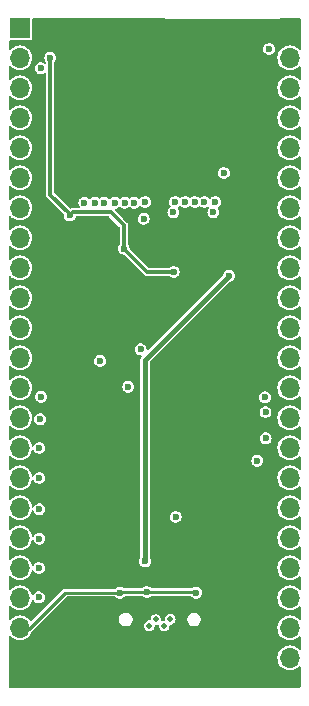
<source format=gbr>
%TF.GenerationSoftware,KiCad,Pcbnew,8.0.6*%
%TF.CreationDate,2025-02-05T21:25:15+00:00*%
%TF.ProjectId,custom-esp32,63757374-6f6d-42d6-9573-7033322e6b69,0.1*%
%TF.SameCoordinates,Original*%
%TF.FileFunction,Copper,L3,Inr*%
%TF.FilePolarity,Positive*%
%FSLAX46Y46*%
G04 Gerber Fmt 4.6, Leading zero omitted, Abs format (unit mm)*
G04 Created by KiCad (PCBNEW 8.0.6) date 2025-02-05 21:25:15*
%MOMM*%
%LPD*%
G01*
G04 APERTURE LIST*
%TA.AperFunction,ComponentPad*%
%ADD10R,1.700000X1.700000*%
%TD*%
%TA.AperFunction,ComponentPad*%
%ADD11O,1.700000X1.700000*%
%TD*%
%TA.AperFunction,ComponentPad*%
%ADD12O,1.000000X2.100000*%
%TD*%
%TA.AperFunction,ComponentPad*%
%ADD13O,1.000000X1.800000*%
%TD*%
%TA.AperFunction,ViaPad*%
%ADD14C,0.600000*%
%TD*%
%TA.AperFunction,ViaPad*%
%ADD15C,0.500000*%
%TD*%
%TA.AperFunction,Conductor*%
%ADD16C,0.304800*%
%TD*%
%TA.AperFunction,Conductor*%
%ADD17C,0.381000*%
%TD*%
%TA.AperFunction,Conductor*%
%ADD18C,0.254000*%
%TD*%
G04 APERTURE END LIST*
D10*
%TO.N,3V3*%
%TO.C,J1*%
X90775000Y-35340800D03*
D11*
%TO.N,GPIO0*%
X90775000Y-37880800D03*
%TO.N,GPIO1*%
X90775000Y-40420800D03*
%TO.N,GPIO2*%
X90775000Y-42960800D03*
%TO.N,GPIO3*%
X90775000Y-45500800D03*
%TO.N,GPIO4*%
X90775000Y-48040800D03*
%TO.N,GPIO5*%
X90775000Y-50580800D03*
%TO.N,GPIO6*%
X90775000Y-53120800D03*
%TO.N,GPIO7*%
X90775000Y-55660800D03*
%TO.N,GPIO8*%
X90775000Y-58200800D03*
%TO.N,GPIO9*%
X90775000Y-60740800D03*
%TO.N,GPIO10*%
X90775000Y-63280800D03*
%TO.N,GPIO11*%
X90775000Y-65820800D03*
%TO.N,GPIO12*%
X90775000Y-68360800D03*
%TO.N,GPIO13*%
X90775000Y-70900800D03*
%TO.N,GPIO14*%
X90775000Y-73440800D03*
%TO.N,GPIO15*%
X90775000Y-75980800D03*
%TO.N,GPIO16*%
X90775000Y-78520800D03*
%TO.N,I2C_SCL*%
X90775000Y-81060800D03*
%TO.N,I2C_SDA*%
X90775000Y-83600800D03*
%TO.N,5VUSB*%
X90775000Y-86140800D03*
%TO.N,GND*%
X90775000Y-88680800D03*
%TD*%
D10*
%TO.N,GND*%
%TO.C,J2*%
X113635000Y-35340800D03*
D11*
%TO.N,ESP32_EN*%
X113635000Y-37880800D03*
%TO.N,GPIO46*%
X113635000Y-40420800D03*
%TO.N,GPIO45*%
X113635000Y-42960800D03*
%TO.N,RXD*%
X113635000Y-45500800D03*
%TO.N,TXD*%
X113635000Y-48040800D03*
%TO.N,GPIO42*%
X113635000Y-50580800D03*
%TO.N,GPIO41*%
X113635000Y-53120800D03*
%TO.N,GPIO40*%
X113635000Y-55660800D03*
%TO.N,GPIO39*%
X113635000Y-58200800D03*
%TO.N,GPIO38*%
X113635000Y-60740800D03*
%TO.N,GPIO37*%
X113635000Y-63280800D03*
%TO.N,GPIO36*%
X113635000Y-65820800D03*
%TO.N,GPIO35*%
X113635000Y-68360800D03*
%TO.N,GPIO34*%
X113635000Y-70900800D03*
%TO.N,GPIO33*%
X113635000Y-73440800D03*
%TO.N,GPIO26*%
X113635000Y-75980800D03*
%TO.N,GPIO21*%
X113635000Y-78520800D03*
%TO.N,unconnected-(J2-Pin_19-Pad19)*%
X113635000Y-81060800D03*
%TO.N,unconnected-(J2-Pin_20-Pad20)*%
X113635000Y-83600800D03*
%TO.N,GPIO48*%
X113635000Y-86140800D03*
%TO.N,GPIO47*%
X113635000Y-88680800D03*
%TD*%
D12*
%TO.N,GND*%
%TO.C,J3*%
X98317850Y-84940600D03*
D13*
X98317850Y-89120600D03*
D12*
X106957850Y-84940600D03*
D13*
X106957850Y-89120600D03*
%TD*%
D14*
%TO.N,GND*%
X97977800Y-35758600D03*
X96961800Y-84374200D03*
X101330600Y-35758600D03*
X99552600Y-78176600D03*
X102194200Y-35758600D03*
X105054400Y-42367200D03*
X102565200Y-39014400D03*
X108290200Y-85288600D03*
X103921400Y-35758600D03*
X106807000Y-60553600D03*
X98689000Y-52624200D03*
X111947800Y-35555400D03*
X108290200Y-89505000D03*
X96199800Y-47798200D03*
X100152200Y-44805600D03*
X108290200Y-84374200D03*
X104785000Y-35758600D03*
X94007400Y-36774600D03*
X98384200Y-60599800D03*
X101701600Y-39014400D03*
X110169800Y-37638200D03*
X109204600Y-50084200D03*
X107325000Y-35758600D03*
X99390200Y-43281600D03*
X103606600Y-44754800D03*
X102717600Y-44754800D03*
X98841400Y-35758600D03*
X106258200Y-57348600D03*
X99364800Y-41554400D03*
X97063400Y-89454200D03*
X95183800Y-50135000D03*
X106461400Y-35758600D03*
X99339400Y-39801800D03*
X105079800Y-43230800D03*
X99654200Y-35758600D03*
X96250600Y-35758600D03*
X110972600Y-74193400D03*
X99999800Y-39065200D03*
X97419000Y-60549000D03*
X99654200Y-60498200D03*
X100990400Y-44780200D03*
X103057800Y-35758600D03*
X100613874Y-74219726D03*
X105054400Y-40614600D03*
X98739800Y-53640200D03*
X109204600Y-52522600D03*
X97063400Y-88438200D03*
X101854000Y-44754800D03*
X94167800Y-74214200D03*
X105054400Y-41503600D03*
X107772200Y-81026000D03*
X99364800Y-40665400D03*
X107457800Y-54128599D03*
X104317800Y-74244200D03*
X96961800Y-85339400D03*
X105648600Y-35758600D03*
X92593000Y-88285800D03*
X99364800Y-42418000D03*
X99415600Y-44119800D03*
X106705400Y-59613800D03*
X103454200Y-39014400D03*
X105029000Y-39751000D03*
X100838000Y-39039800D03*
X110169800Y-38451000D03*
X105105200Y-44069000D03*
X104470200Y-44729400D03*
X103829400Y-52730400D03*
X92593000Y-89301800D03*
X104317800Y-38989000D03*
X100517800Y-35758600D03*
X108290200Y-88641400D03*
X110896400Y-78105000D03*
X108137800Y-35758600D03*
X93964600Y-34895000D03*
X94879000Y-64155800D03*
X110169800Y-34844200D03*
X111947800Y-34844200D03*
X97266600Y-81072200D03*
X97114200Y-35758600D03*
%TO.N,ESP32_EN*%
X111536926Y-66618674D03*
X111894300Y-37127500D03*
%TO.N,GPIO0*%
X92542200Y-38755800D03*
X92583000Y-66573400D03*
%TO.N,3V3*%
X99578000Y-54021200D03*
X93355000Y-37871400D03*
X103969500Y-76751500D03*
X103809800Y-56007000D03*
X95013850Y-51208301D03*
X99959000Y-65730600D03*
%TO.N,5VUSB*%
X108493400Y-56332600D03*
X99247800Y-83155000D03*
X101381400Y-80513400D03*
X101533800Y-83104200D03*
X105702035Y-83157635D03*
%TO.N,GPIO48*%
X107172600Y-50947800D03*
X101262250Y-51506600D03*
X103785000Y-50954507D03*
X111592200Y-70099400D03*
%TO.N,GPIO15*%
X92440600Y-76093800D03*
X98841400Y-50135000D03*
%TO.N,GPIO12*%
X96250600Y-50143000D03*
X92491400Y-68473800D03*
%TO.N,I2C_SDA*%
X92389800Y-83561400D03*
X101000400Y-62555600D03*
X101381400Y-50084200D03*
%TO.N,GPIO13*%
X97114200Y-50143000D03*
X92440600Y-70912200D03*
%TO.N,I2C_SCL*%
X97572000Y-63536400D03*
X92389800Y-81072200D03*
X100454203Y-50135000D03*
%TO.N,GPIO14*%
X92440600Y-73452200D03*
X97914203Y-50143000D03*
%TO.N,GPIO16*%
X92440600Y-78583000D03*
X99654200Y-50135000D03*
%TO.N,GPIO21*%
X103921400Y-50084200D03*
%TO.N,GPIO33*%
X106410600Y-50084200D03*
%TO.N,GPIO47*%
X105597800Y-50084200D03*
X110881000Y-71979000D03*
%TO.N,GPIO35*%
X108051600Y-47625000D03*
X111582200Y-67868800D03*
%TO.N,GPIO26*%
X104785000Y-50084200D03*
%TO.N,GPIO34*%
X107325000Y-50084200D03*
D15*
%TO.N,D-*%
X102997142Y-85975996D03*
X101738500Y-85965800D03*
%TO.N,D+*%
X102305302Y-85429497D03*
X103516500Y-85407000D03*
%TD*%
D16*
%TO.N,3V3*%
X103809800Y-56007000D02*
X101563800Y-56007000D01*
X95013850Y-51208301D02*
X95274351Y-50947800D01*
X101563800Y-56007000D02*
X99578000Y-54021200D01*
X99578000Y-52040000D02*
X99578000Y-54021200D01*
X95274351Y-50947800D02*
X98485800Y-50947800D01*
X93355000Y-37871400D02*
X93355000Y-49474600D01*
X93355000Y-49474600D02*
X95013850Y-51133450D01*
X95013850Y-51133450D02*
X95013850Y-51208301D01*
X98485800Y-50947800D02*
X99578000Y-52040000D01*
D17*
%TO.N,5VUSB*%
X101381400Y-63444600D02*
X101381400Y-80513400D01*
X108493400Y-56332600D02*
X101381400Y-63444600D01*
D18*
X91526200Y-86203000D02*
X90891200Y-86203000D01*
X105688848Y-83104200D02*
X101584600Y-83104200D01*
X99247800Y-83155000D02*
X94574200Y-83155000D01*
X94574200Y-83155000D02*
X91526200Y-86203000D01*
X101584600Y-83104200D02*
X99295648Y-83104200D01*
%TD*%
%TA.AperFunction,Conductor*%
%TO.N,GND*%
G36*
X114475512Y-34563825D02*
G01*
X114527893Y-34583008D01*
X114555689Y-34631374D01*
X114556900Y-34645375D01*
X114556900Y-37120307D01*
X114537821Y-37172726D01*
X114489511Y-37200618D01*
X114434575Y-37190931D01*
X114412311Y-37172042D01*
X114381413Y-37134393D01*
X114381406Y-37134386D01*
X114221453Y-37003117D01*
X114221451Y-37003116D01*
X114221450Y-37003115D01*
X114038954Y-36905568D01*
X114038951Y-36905567D01*
X114038949Y-36905566D01*
X113951149Y-36878933D01*
X113840934Y-36845500D01*
X113840930Y-36845499D01*
X113840922Y-36845498D01*
X113635003Y-36825217D01*
X113634997Y-36825217D01*
X113429077Y-36845498D01*
X113429067Y-36845499D01*
X113429066Y-36845500D01*
X113373958Y-36862216D01*
X113231050Y-36905566D01*
X113048546Y-37003117D01*
X112888593Y-37134386D01*
X112888586Y-37134393D01*
X112757317Y-37294346D01*
X112659766Y-37476850D01*
X112623008Y-37598030D01*
X112613917Y-37628000D01*
X112599700Y-37674867D01*
X112599698Y-37674877D01*
X112579417Y-37880796D01*
X112579417Y-37880803D01*
X112599698Y-38086722D01*
X112599699Y-38086730D01*
X112599700Y-38086734D01*
X112617305Y-38144769D01*
X112651904Y-38258832D01*
X112659768Y-38284754D01*
X112757315Y-38467250D01*
X112757317Y-38467253D01*
X112888586Y-38627206D01*
X112888593Y-38627213D01*
X113045278Y-38755800D01*
X113048550Y-38758485D01*
X113231046Y-38856032D01*
X113429066Y-38916100D01*
X113474413Y-38920566D01*
X113634997Y-38936383D01*
X113635000Y-38936383D01*
X113635003Y-38936383D01*
X113762455Y-38923829D01*
X113840934Y-38916100D01*
X114038954Y-38856032D01*
X114221450Y-38758485D01*
X114381410Y-38627210D01*
X114412310Y-38589557D01*
X114460313Y-38561140D01*
X114515352Y-38570227D01*
X114551673Y-38612565D01*
X114556900Y-38641292D01*
X114556900Y-39660307D01*
X114537821Y-39712726D01*
X114489511Y-39740618D01*
X114434575Y-39730931D01*
X114412311Y-39712042D01*
X114381413Y-39674393D01*
X114381406Y-39674386D01*
X114221453Y-39543117D01*
X114221451Y-39543116D01*
X114221450Y-39543115D01*
X114038954Y-39445568D01*
X114038951Y-39445567D01*
X114038949Y-39445566D01*
X113951149Y-39418933D01*
X113840934Y-39385500D01*
X113840930Y-39385499D01*
X113840922Y-39385498D01*
X113635003Y-39365217D01*
X113634997Y-39365217D01*
X113429077Y-39385498D01*
X113429067Y-39385499D01*
X113429066Y-39385500D01*
X113373958Y-39402216D01*
X113231050Y-39445566D01*
X113048546Y-39543117D01*
X112888593Y-39674386D01*
X112888586Y-39674393D01*
X112757317Y-39834346D01*
X112659766Y-40016850D01*
X112599700Y-40214867D01*
X112599698Y-40214877D01*
X112579417Y-40420796D01*
X112579417Y-40420803D01*
X112599698Y-40626722D01*
X112599699Y-40626730D01*
X112599700Y-40626734D01*
X112659768Y-40824754D01*
X112713100Y-40924530D01*
X112757317Y-41007253D01*
X112888586Y-41167206D01*
X112888593Y-41167213D01*
X113048546Y-41298482D01*
X113048550Y-41298485D01*
X113231046Y-41396032D01*
X113429066Y-41456100D01*
X113474413Y-41460566D01*
X113634997Y-41476383D01*
X113635000Y-41476383D01*
X113635003Y-41476383D01*
X113762455Y-41463829D01*
X113840934Y-41456100D01*
X114038954Y-41396032D01*
X114221450Y-41298485D01*
X114381410Y-41167210D01*
X114412310Y-41129557D01*
X114460313Y-41101140D01*
X114515352Y-41110227D01*
X114551673Y-41152565D01*
X114556900Y-41181292D01*
X114556900Y-42200307D01*
X114537821Y-42252726D01*
X114489511Y-42280618D01*
X114434575Y-42270931D01*
X114412311Y-42252042D01*
X114381413Y-42214393D01*
X114381406Y-42214386D01*
X114221453Y-42083117D01*
X114221451Y-42083116D01*
X114221450Y-42083115D01*
X114038954Y-41985568D01*
X114038951Y-41985567D01*
X114038949Y-41985566D01*
X113951149Y-41958933D01*
X113840934Y-41925500D01*
X113840930Y-41925499D01*
X113840922Y-41925498D01*
X113635003Y-41905217D01*
X113634997Y-41905217D01*
X113429077Y-41925498D01*
X113429067Y-41925499D01*
X113429066Y-41925500D01*
X113373958Y-41942216D01*
X113231050Y-41985566D01*
X113048546Y-42083117D01*
X112888593Y-42214386D01*
X112888586Y-42214393D01*
X112757317Y-42374346D01*
X112659766Y-42556850D01*
X112599700Y-42754867D01*
X112599698Y-42754877D01*
X112579417Y-42960796D01*
X112579417Y-42960803D01*
X112599698Y-43166722D01*
X112599699Y-43166730D01*
X112599700Y-43166734D01*
X112659768Y-43364754D01*
X112713100Y-43464530D01*
X112757317Y-43547253D01*
X112888586Y-43707206D01*
X112888593Y-43707213D01*
X113048546Y-43838482D01*
X113048550Y-43838485D01*
X113231046Y-43936032D01*
X113429066Y-43996100D01*
X113474413Y-44000566D01*
X113634997Y-44016383D01*
X113635000Y-44016383D01*
X113635003Y-44016383D01*
X113762455Y-44003829D01*
X113840934Y-43996100D01*
X114038954Y-43936032D01*
X114221450Y-43838485D01*
X114381410Y-43707210D01*
X114412310Y-43669557D01*
X114460313Y-43641140D01*
X114515352Y-43650227D01*
X114551673Y-43692565D01*
X114556900Y-43721292D01*
X114556900Y-44740307D01*
X114537821Y-44792726D01*
X114489511Y-44820618D01*
X114434575Y-44810931D01*
X114412311Y-44792042D01*
X114381413Y-44754393D01*
X114381406Y-44754386D01*
X114221453Y-44623117D01*
X114221451Y-44623116D01*
X114221450Y-44623115D01*
X114038954Y-44525568D01*
X114038951Y-44525567D01*
X114038949Y-44525566D01*
X113951149Y-44498933D01*
X113840934Y-44465500D01*
X113840930Y-44465499D01*
X113840922Y-44465498D01*
X113635003Y-44445217D01*
X113634997Y-44445217D01*
X113429077Y-44465498D01*
X113429067Y-44465499D01*
X113429066Y-44465500D01*
X113373958Y-44482216D01*
X113231050Y-44525566D01*
X113048546Y-44623117D01*
X112888593Y-44754386D01*
X112888586Y-44754393D01*
X112757317Y-44914346D01*
X112659766Y-45096850D01*
X112599700Y-45294867D01*
X112599698Y-45294877D01*
X112579417Y-45500796D01*
X112579417Y-45500803D01*
X112599698Y-45706722D01*
X112599699Y-45706730D01*
X112599700Y-45706734D01*
X112659768Y-45904754D01*
X112713100Y-46004530D01*
X112757317Y-46087253D01*
X112888586Y-46247206D01*
X112888593Y-46247213D01*
X113048546Y-46378482D01*
X113048550Y-46378485D01*
X113231046Y-46476032D01*
X113429066Y-46536100D01*
X113474413Y-46540566D01*
X113634997Y-46556383D01*
X113635000Y-46556383D01*
X113635003Y-46556383D01*
X113762455Y-46543829D01*
X113840934Y-46536100D01*
X114038954Y-46476032D01*
X114221450Y-46378485D01*
X114381410Y-46247210D01*
X114412310Y-46209557D01*
X114460313Y-46181140D01*
X114515352Y-46190227D01*
X114551673Y-46232565D01*
X114556900Y-46261292D01*
X114556900Y-47280307D01*
X114537821Y-47332726D01*
X114489511Y-47360618D01*
X114434575Y-47350931D01*
X114412311Y-47332042D01*
X114381413Y-47294393D01*
X114381406Y-47294386D01*
X114221453Y-47163117D01*
X114221451Y-47163116D01*
X114221450Y-47163115D01*
X114038954Y-47065568D01*
X114038951Y-47065567D01*
X114038949Y-47065566D01*
X113951149Y-47038933D01*
X113840934Y-47005500D01*
X113840930Y-47005499D01*
X113840922Y-47005498D01*
X113635003Y-46985217D01*
X113634997Y-46985217D01*
X113429077Y-47005498D01*
X113429067Y-47005499D01*
X113429066Y-47005500D01*
X113373958Y-47022216D01*
X113231050Y-47065566D01*
X113048546Y-47163117D01*
X112888593Y-47294386D01*
X112888586Y-47294393D01*
X112757317Y-47454346D01*
X112659766Y-47636850D01*
X112599700Y-47834867D01*
X112599698Y-47834877D01*
X112579417Y-48040796D01*
X112579417Y-48040803D01*
X112599698Y-48246722D01*
X112599699Y-48246730D01*
X112599700Y-48246734D01*
X112659768Y-48444754D01*
X112713100Y-48544530D01*
X112757317Y-48627253D01*
X112888586Y-48787206D01*
X112888593Y-48787213D01*
X113048546Y-48918482D01*
X113048550Y-48918485D01*
X113231046Y-49016032D01*
X113429066Y-49076100D01*
X113474413Y-49080566D01*
X113634997Y-49096383D01*
X113635000Y-49096383D01*
X113635003Y-49096383D01*
X113762455Y-49083829D01*
X113840934Y-49076100D01*
X114038954Y-49016032D01*
X114221450Y-48918485D01*
X114381410Y-48787210D01*
X114412310Y-48749557D01*
X114460313Y-48721140D01*
X114515352Y-48730227D01*
X114551673Y-48772565D01*
X114556900Y-48801292D01*
X114556900Y-49820307D01*
X114537821Y-49872726D01*
X114489511Y-49900618D01*
X114434575Y-49890931D01*
X114412311Y-49872042D01*
X114381413Y-49834393D01*
X114381406Y-49834386D01*
X114221453Y-49703117D01*
X114221451Y-49703116D01*
X114221450Y-49703115D01*
X114038954Y-49605568D01*
X114038951Y-49605567D01*
X114038949Y-49605566D01*
X113951149Y-49578933D01*
X113840934Y-49545500D01*
X113840930Y-49545499D01*
X113840922Y-49545498D01*
X113635003Y-49525217D01*
X113634997Y-49525217D01*
X113429077Y-49545498D01*
X113429067Y-49545499D01*
X113429066Y-49545500D01*
X113373958Y-49562216D01*
X113231050Y-49605566D01*
X113231046Y-49605567D01*
X113231046Y-49605568D01*
X113176919Y-49634500D01*
X113048546Y-49703117D01*
X112888593Y-49834386D01*
X112888586Y-49834393D01*
X112757317Y-49994346D01*
X112659766Y-50176850D01*
X112599700Y-50374867D01*
X112599698Y-50374877D01*
X112579417Y-50580796D01*
X112579417Y-50580803D01*
X112599698Y-50786722D01*
X112599699Y-50786730D01*
X112599700Y-50786734D01*
X112607380Y-50812051D01*
X112650592Y-50954507D01*
X112659768Y-50984754D01*
X112741207Y-51137114D01*
X112757317Y-51167253D01*
X112888586Y-51327206D01*
X112888593Y-51327213D01*
X112994905Y-51414460D01*
X113048550Y-51458485D01*
X113231046Y-51556032D01*
X113429066Y-51616100D01*
X113474413Y-51620566D01*
X113634997Y-51636383D01*
X113635000Y-51636383D01*
X113635003Y-51636383D01*
X113762455Y-51623829D01*
X113840934Y-51616100D01*
X114038954Y-51556032D01*
X114221450Y-51458485D01*
X114381410Y-51327210D01*
X114412310Y-51289557D01*
X114460313Y-51261140D01*
X114515352Y-51270227D01*
X114551673Y-51312565D01*
X114556900Y-51341292D01*
X114556900Y-52360307D01*
X114537821Y-52412726D01*
X114489511Y-52440618D01*
X114434575Y-52430931D01*
X114412311Y-52412042D01*
X114381413Y-52374393D01*
X114381406Y-52374386D01*
X114221453Y-52243117D01*
X114221451Y-52243116D01*
X114221450Y-52243115D01*
X114038954Y-52145568D01*
X114038951Y-52145567D01*
X114038949Y-52145566D01*
X113951149Y-52118933D01*
X113840934Y-52085500D01*
X113840930Y-52085499D01*
X113840922Y-52085498D01*
X113635003Y-52065217D01*
X113634997Y-52065217D01*
X113429077Y-52085498D01*
X113429067Y-52085499D01*
X113429066Y-52085500D01*
X113373958Y-52102216D01*
X113231050Y-52145566D01*
X113048546Y-52243117D01*
X112888593Y-52374386D01*
X112888586Y-52374393D01*
X112757317Y-52534346D01*
X112659766Y-52716850D01*
X112599700Y-52914867D01*
X112599698Y-52914877D01*
X112579417Y-53120796D01*
X112579417Y-53120803D01*
X112599698Y-53326722D01*
X112599699Y-53326730D01*
X112599700Y-53326734D01*
X112659768Y-53524754D01*
X112757315Y-53707250D01*
X112757317Y-53707253D01*
X112888586Y-53867206D01*
X112888593Y-53867213D01*
X113048546Y-53998482D01*
X113048550Y-53998485D01*
X113231046Y-54096032D01*
X113429066Y-54156100D01*
X113474413Y-54160566D01*
X113634997Y-54176383D01*
X113635000Y-54176383D01*
X113635003Y-54176383D01*
X113764177Y-54163660D01*
X113840934Y-54156100D01*
X114038954Y-54096032D01*
X114221450Y-53998485D01*
X114381410Y-53867210D01*
X114412310Y-53829557D01*
X114460313Y-53801140D01*
X114515352Y-53810227D01*
X114551673Y-53852565D01*
X114556900Y-53881292D01*
X114556900Y-54900307D01*
X114537821Y-54952726D01*
X114489511Y-54980618D01*
X114434575Y-54970931D01*
X114412311Y-54952042D01*
X114381413Y-54914393D01*
X114381406Y-54914386D01*
X114221453Y-54783117D01*
X114221451Y-54783116D01*
X114221450Y-54783115D01*
X114038954Y-54685568D01*
X114038951Y-54685567D01*
X114038949Y-54685566D01*
X113951149Y-54658933D01*
X113840934Y-54625500D01*
X113840930Y-54625499D01*
X113840922Y-54625498D01*
X113635003Y-54605217D01*
X113634997Y-54605217D01*
X113429077Y-54625498D01*
X113429067Y-54625499D01*
X113429066Y-54625500D01*
X113373958Y-54642216D01*
X113231050Y-54685566D01*
X113048546Y-54783117D01*
X112888593Y-54914386D01*
X112888586Y-54914393D01*
X112757317Y-55074346D01*
X112659766Y-55256850D01*
X112599700Y-55454867D01*
X112599698Y-55454877D01*
X112579417Y-55660796D01*
X112579417Y-55660803D01*
X112599698Y-55866722D01*
X112599699Y-55866730D01*
X112599700Y-55866734D01*
X112659768Y-56064754D01*
X112726791Y-56190144D01*
X112757317Y-56247253D01*
X112888586Y-56407206D01*
X112888593Y-56407213D01*
X113010794Y-56507500D01*
X113048550Y-56538485D01*
X113231046Y-56636032D01*
X113429066Y-56696100D01*
X113474413Y-56700566D01*
X113634997Y-56716383D01*
X113635000Y-56716383D01*
X113635003Y-56716383D01*
X113762455Y-56703829D01*
X113840934Y-56696100D01*
X114038954Y-56636032D01*
X114221450Y-56538485D01*
X114381410Y-56407210D01*
X114412310Y-56369557D01*
X114460313Y-56341140D01*
X114515352Y-56350227D01*
X114551673Y-56392565D01*
X114556900Y-56421292D01*
X114556900Y-57440307D01*
X114537821Y-57492726D01*
X114489511Y-57520618D01*
X114434575Y-57510931D01*
X114412311Y-57492042D01*
X114381413Y-57454393D01*
X114381406Y-57454386D01*
X114221453Y-57323117D01*
X114221451Y-57323116D01*
X114221450Y-57323115D01*
X114038954Y-57225568D01*
X114038951Y-57225567D01*
X114038949Y-57225566D01*
X113951149Y-57198933D01*
X113840934Y-57165500D01*
X113840930Y-57165499D01*
X113840922Y-57165498D01*
X113635003Y-57145217D01*
X113634997Y-57145217D01*
X113429077Y-57165498D01*
X113429067Y-57165499D01*
X113429066Y-57165500D01*
X113373958Y-57182216D01*
X113231050Y-57225566D01*
X113048546Y-57323117D01*
X112888593Y-57454386D01*
X112888586Y-57454393D01*
X112757317Y-57614346D01*
X112659766Y-57796850D01*
X112599700Y-57994867D01*
X112599698Y-57994877D01*
X112579417Y-58200796D01*
X112579417Y-58200803D01*
X112599698Y-58406722D01*
X112599699Y-58406730D01*
X112599700Y-58406734D01*
X112659768Y-58604754D01*
X112713100Y-58704530D01*
X112757317Y-58787253D01*
X112888586Y-58947206D01*
X112888593Y-58947213D01*
X113048546Y-59078482D01*
X113048550Y-59078485D01*
X113231046Y-59176032D01*
X113429066Y-59236100D01*
X113474413Y-59240566D01*
X113634997Y-59256383D01*
X113635000Y-59256383D01*
X113635003Y-59256383D01*
X113762455Y-59243829D01*
X113840934Y-59236100D01*
X114038954Y-59176032D01*
X114221450Y-59078485D01*
X114381410Y-58947210D01*
X114412310Y-58909557D01*
X114460313Y-58881140D01*
X114515352Y-58890227D01*
X114551673Y-58932565D01*
X114556900Y-58961292D01*
X114556900Y-59980307D01*
X114537821Y-60032726D01*
X114489511Y-60060618D01*
X114434575Y-60050931D01*
X114412311Y-60032042D01*
X114381413Y-59994393D01*
X114381406Y-59994386D01*
X114221453Y-59863117D01*
X114221451Y-59863116D01*
X114221450Y-59863115D01*
X114038954Y-59765568D01*
X114038951Y-59765567D01*
X114038949Y-59765566D01*
X113951149Y-59738933D01*
X113840934Y-59705500D01*
X113840930Y-59705499D01*
X113840922Y-59705498D01*
X113635003Y-59685217D01*
X113634997Y-59685217D01*
X113429077Y-59705498D01*
X113429067Y-59705499D01*
X113429066Y-59705500D01*
X113373958Y-59722216D01*
X113231050Y-59765566D01*
X113048546Y-59863117D01*
X112888593Y-59994386D01*
X112888586Y-59994393D01*
X112757317Y-60154346D01*
X112659766Y-60336850D01*
X112599700Y-60534867D01*
X112599698Y-60534877D01*
X112579417Y-60740796D01*
X112579417Y-60740803D01*
X112599698Y-60946722D01*
X112599699Y-60946730D01*
X112599700Y-60946734D01*
X112659768Y-61144754D01*
X112713100Y-61244530D01*
X112757317Y-61327253D01*
X112888586Y-61487206D01*
X112888593Y-61487213D01*
X113048546Y-61618482D01*
X113048550Y-61618485D01*
X113231046Y-61716032D01*
X113429066Y-61776100D01*
X113474413Y-61780566D01*
X113634997Y-61796383D01*
X113635000Y-61796383D01*
X113635003Y-61796383D01*
X113762455Y-61783829D01*
X113840934Y-61776100D01*
X114038954Y-61716032D01*
X114221450Y-61618485D01*
X114381410Y-61487210D01*
X114412310Y-61449557D01*
X114460313Y-61421140D01*
X114515352Y-61430227D01*
X114551673Y-61472565D01*
X114556900Y-61501292D01*
X114556900Y-62520307D01*
X114537821Y-62572726D01*
X114489511Y-62600618D01*
X114434575Y-62590931D01*
X114412311Y-62572042D01*
X114381413Y-62534393D01*
X114381406Y-62534386D01*
X114221453Y-62403117D01*
X114221451Y-62403116D01*
X114221450Y-62403115D01*
X114038954Y-62305568D01*
X114038951Y-62305567D01*
X114038949Y-62305566D01*
X113951149Y-62278933D01*
X113840934Y-62245500D01*
X113840930Y-62245499D01*
X113840922Y-62245498D01*
X113635003Y-62225217D01*
X113634997Y-62225217D01*
X113429077Y-62245498D01*
X113429067Y-62245499D01*
X113429066Y-62245500D01*
X113373958Y-62262216D01*
X113231050Y-62305566D01*
X113048546Y-62403117D01*
X112888593Y-62534386D01*
X112888586Y-62534393D01*
X112757317Y-62694346D01*
X112659766Y-62876850D01*
X112599700Y-63074867D01*
X112599698Y-63074877D01*
X112579417Y-63280796D01*
X112579417Y-63280803D01*
X112599698Y-63486722D01*
X112599699Y-63486730D01*
X112599700Y-63486734D01*
X112630394Y-63587919D01*
X112657978Y-63678855D01*
X112659768Y-63684754D01*
X112726593Y-63809773D01*
X112757317Y-63867253D01*
X112888586Y-64027206D01*
X112888593Y-64027213D01*
X113048546Y-64158482D01*
X113048550Y-64158485D01*
X113231046Y-64256032D01*
X113429066Y-64316100D01*
X113474413Y-64320566D01*
X113634997Y-64336383D01*
X113635000Y-64336383D01*
X113635003Y-64336383D01*
X113762455Y-64323829D01*
X113840934Y-64316100D01*
X114038954Y-64256032D01*
X114221450Y-64158485D01*
X114381410Y-64027210D01*
X114412310Y-63989557D01*
X114460313Y-63961140D01*
X114515352Y-63970227D01*
X114551673Y-64012565D01*
X114556900Y-64041292D01*
X114556900Y-65060307D01*
X114537821Y-65112726D01*
X114489511Y-65140618D01*
X114434575Y-65130931D01*
X114412311Y-65112042D01*
X114381413Y-65074393D01*
X114381406Y-65074386D01*
X114221453Y-64943117D01*
X114221451Y-64943116D01*
X114221450Y-64943115D01*
X114038954Y-64845568D01*
X114038951Y-64845567D01*
X114038949Y-64845566D01*
X113951149Y-64818933D01*
X113840934Y-64785500D01*
X113840930Y-64785499D01*
X113840922Y-64785498D01*
X113635003Y-64765217D01*
X113634997Y-64765217D01*
X113429077Y-64785498D01*
X113429067Y-64785499D01*
X113429066Y-64785500D01*
X113373958Y-64802216D01*
X113231050Y-64845566D01*
X113048546Y-64943117D01*
X112888593Y-65074386D01*
X112888586Y-65074393D01*
X112757317Y-65234346D01*
X112659766Y-65416850D01*
X112616416Y-65559758D01*
X112607808Y-65588139D01*
X112599700Y-65614867D01*
X112599698Y-65614877D01*
X112579417Y-65820796D01*
X112579417Y-65820803D01*
X112599698Y-66026722D01*
X112599699Y-66026730D01*
X112599700Y-66026734D01*
X112659768Y-66224754D01*
X112724204Y-66345304D01*
X112757317Y-66407253D01*
X112888586Y-66567206D01*
X112888593Y-66567213D01*
X112951299Y-66618674D01*
X113048550Y-66698485D01*
X113231046Y-66796032D01*
X113429066Y-66856100D01*
X113474413Y-66860566D01*
X113634997Y-66876383D01*
X113635000Y-66876383D01*
X113635003Y-66876383D01*
X113762455Y-66863829D01*
X113840934Y-66856100D01*
X114038954Y-66796032D01*
X114221450Y-66698485D01*
X114381410Y-66567210D01*
X114412310Y-66529557D01*
X114460313Y-66501140D01*
X114515352Y-66510227D01*
X114551673Y-66552565D01*
X114556900Y-66581292D01*
X114556900Y-67600307D01*
X114537821Y-67652726D01*
X114489511Y-67680618D01*
X114434575Y-67670931D01*
X114412311Y-67652042D01*
X114381413Y-67614393D01*
X114381406Y-67614386D01*
X114221453Y-67483117D01*
X114221451Y-67483116D01*
X114221450Y-67483115D01*
X114038954Y-67385568D01*
X114038951Y-67385567D01*
X114038949Y-67385566D01*
X113951149Y-67358933D01*
X113840934Y-67325500D01*
X113840930Y-67325499D01*
X113840922Y-67325498D01*
X113635003Y-67305217D01*
X113634997Y-67305217D01*
X113429077Y-67325498D01*
X113429067Y-67325499D01*
X113429066Y-67325500D01*
X113373958Y-67342216D01*
X113231050Y-67385566D01*
X113231046Y-67385567D01*
X113231046Y-67385568D01*
X113139798Y-67434341D01*
X113048546Y-67483117D01*
X112888593Y-67614386D01*
X112888586Y-67614393D01*
X112757317Y-67774346D01*
X112659766Y-67956850D01*
X112642477Y-68013847D01*
X112603551Y-68142173D01*
X112599700Y-68154867D01*
X112599698Y-68154877D01*
X112579417Y-68360796D01*
X112579417Y-68360803D01*
X112599698Y-68566722D01*
X112599699Y-68566730D01*
X112599700Y-68566734D01*
X112633133Y-68676949D01*
X112654434Y-68747172D01*
X112659768Y-68764754D01*
X112750101Y-68933753D01*
X112757317Y-68947253D01*
X112888586Y-69107206D01*
X112888593Y-69107213D01*
X113048546Y-69238482D01*
X113048550Y-69238485D01*
X113231046Y-69336032D01*
X113429066Y-69396100D01*
X113474413Y-69400566D01*
X113634997Y-69416383D01*
X113635000Y-69416383D01*
X113635003Y-69416383D01*
X113762455Y-69403829D01*
X113840934Y-69396100D01*
X114038954Y-69336032D01*
X114221450Y-69238485D01*
X114381410Y-69107210D01*
X114412310Y-69069557D01*
X114460313Y-69041140D01*
X114515352Y-69050227D01*
X114551673Y-69092565D01*
X114556900Y-69121292D01*
X114556900Y-70140307D01*
X114537821Y-70192726D01*
X114489511Y-70220618D01*
X114434575Y-70210931D01*
X114412311Y-70192042D01*
X114381413Y-70154393D01*
X114381406Y-70154386D01*
X114221453Y-70023117D01*
X114221451Y-70023116D01*
X114221450Y-70023115D01*
X114038954Y-69925568D01*
X114038951Y-69925567D01*
X114038949Y-69925566D01*
X113951149Y-69898933D01*
X113840934Y-69865500D01*
X113840930Y-69865499D01*
X113840922Y-69865498D01*
X113635003Y-69845217D01*
X113634997Y-69845217D01*
X113429077Y-69865498D01*
X113429067Y-69865499D01*
X113429066Y-69865500D01*
X113373958Y-69882216D01*
X113231050Y-69925566D01*
X113048546Y-70023117D01*
X112888593Y-70154386D01*
X112888586Y-70154393D01*
X112757317Y-70314346D01*
X112659766Y-70496850D01*
X112599700Y-70694867D01*
X112599698Y-70694877D01*
X112579417Y-70900796D01*
X112579417Y-70900803D01*
X112599698Y-71106722D01*
X112599699Y-71106727D01*
X112599700Y-71106734D01*
X112623614Y-71185569D01*
X112656609Y-71294343D01*
X112659768Y-71304754D01*
X112695794Y-71372153D01*
X112757317Y-71487253D01*
X112888586Y-71647206D01*
X112888593Y-71647213D01*
X112959775Y-71705630D01*
X113048550Y-71778485D01*
X113231046Y-71876032D01*
X113429066Y-71936100D01*
X113474413Y-71940566D01*
X113634997Y-71956383D01*
X113635000Y-71956383D01*
X113635003Y-71956383D01*
X113762455Y-71943829D01*
X113840934Y-71936100D01*
X114038954Y-71876032D01*
X114221450Y-71778485D01*
X114381410Y-71647210D01*
X114412310Y-71609557D01*
X114460313Y-71581140D01*
X114515352Y-71590227D01*
X114551673Y-71632565D01*
X114556900Y-71661292D01*
X114556900Y-72680307D01*
X114537821Y-72732726D01*
X114489511Y-72760618D01*
X114434575Y-72750931D01*
X114412311Y-72732042D01*
X114381413Y-72694393D01*
X114381406Y-72694386D01*
X114221453Y-72563117D01*
X114221451Y-72563116D01*
X114221450Y-72563115D01*
X114038954Y-72465568D01*
X114038951Y-72465567D01*
X114038949Y-72465566D01*
X113951149Y-72438933D01*
X113840934Y-72405500D01*
X113840930Y-72405499D01*
X113840922Y-72405498D01*
X113635003Y-72385217D01*
X113634997Y-72385217D01*
X113429077Y-72405498D01*
X113429067Y-72405499D01*
X113429066Y-72405500D01*
X113373958Y-72422216D01*
X113231050Y-72465566D01*
X113048546Y-72563117D01*
X112888593Y-72694386D01*
X112888586Y-72694393D01*
X112757317Y-72854346D01*
X112659766Y-73036850D01*
X112599700Y-73234867D01*
X112599698Y-73234877D01*
X112579417Y-73440796D01*
X112579417Y-73440803D01*
X112599698Y-73646722D01*
X112599699Y-73646727D01*
X112599700Y-73646734D01*
X112623614Y-73725569D01*
X112656609Y-73834343D01*
X112659768Y-73844754D01*
X112695794Y-73912153D01*
X112757317Y-74027253D01*
X112888586Y-74187206D01*
X112888593Y-74187213D01*
X113048546Y-74318482D01*
X113048550Y-74318485D01*
X113231046Y-74416032D01*
X113429066Y-74476100D01*
X113474413Y-74480566D01*
X113634997Y-74496383D01*
X113635000Y-74496383D01*
X113635003Y-74496383D01*
X113762455Y-74483829D01*
X113840934Y-74476100D01*
X114038954Y-74416032D01*
X114221450Y-74318485D01*
X114381410Y-74187210D01*
X114412310Y-74149557D01*
X114460313Y-74121140D01*
X114515352Y-74130227D01*
X114551673Y-74172565D01*
X114556900Y-74201292D01*
X114556900Y-75220307D01*
X114537821Y-75272726D01*
X114489511Y-75300618D01*
X114434575Y-75290931D01*
X114412311Y-75272042D01*
X114381413Y-75234393D01*
X114381406Y-75234386D01*
X114221453Y-75103117D01*
X114221451Y-75103116D01*
X114221450Y-75103115D01*
X114038954Y-75005568D01*
X114038951Y-75005567D01*
X114038949Y-75005566D01*
X113951149Y-74978933D01*
X113840934Y-74945500D01*
X113840930Y-74945499D01*
X113840922Y-74945498D01*
X113635003Y-74925217D01*
X113634997Y-74925217D01*
X113429077Y-74945498D01*
X113429067Y-74945499D01*
X113429066Y-74945500D01*
X113373958Y-74962216D01*
X113231050Y-75005566D01*
X113048546Y-75103117D01*
X112888593Y-75234386D01*
X112888586Y-75234393D01*
X112757317Y-75394346D01*
X112659766Y-75576850D01*
X112599700Y-75774867D01*
X112599698Y-75774877D01*
X112579417Y-75980796D01*
X112579417Y-75980803D01*
X112599698Y-76186722D01*
X112599699Y-76186730D01*
X112599700Y-76186734D01*
X112619195Y-76251000D01*
X112655096Y-76369355D01*
X112659768Y-76384754D01*
X112750101Y-76553753D01*
X112757317Y-76567253D01*
X112888586Y-76727206D01*
X112888593Y-76727213D01*
X113048546Y-76858482D01*
X113048550Y-76858485D01*
X113231046Y-76956032D01*
X113429066Y-77016100D01*
X113474413Y-77020566D01*
X113634997Y-77036383D01*
X113635000Y-77036383D01*
X113635003Y-77036383D01*
X113762455Y-77023829D01*
X113840934Y-77016100D01*
X114038954Y-76956032D01*
X114221450Y-76858485D01*
X114381410Y-76727210D01*
X114412310Y-76689557D01*
X114460313Y-76661140D01*
X114515352Y-76670227D01*
X114551673Y-76712565D01*
X114556900Y-76741292D01*
X114556900Y-77760307D01*
X114537821Y-77812726D01*
X114489511Y-77840618D01*
X114434575Y-77830931D01*
X114412311Y-77812042D01*
X114381413Y-77774393D01*
X114381406Y-77774386D01*
X114221453Y-77643117D01*
X114221451Y-77643116D01*
X114221450Y-77643115D01*
X114038954Y-77545568D01*
X114038951Y-77545567D01*
X114038949Y-77545566D01*
X113951149Y-77518933D01*
X113840934Y-77485500D01*
X113840930Y-77485499D01*
X113840922Y-77485498D01*
X113635003Y-77465217D01*
X113634997Y-77465217D01*
X113429077Y-77485498D01*
X113429067Y-77485499D01*
X113429066Y-77485500D01*
X113373958Y-77502216D01*
X113231050Y-77545566D01*
X113048546Y-77643117D01*
X112888593Y-77774386D01*
X112888586Y-77774393D01*
X112757317Y-77934346D01*
X112757315Y-77934350D01*
X112678127Y-78082500D01*
X112659766Y-78116850D01*
X112634284Y-78200855D01*
X112601289Y-78309630D01*
X112599700Y-78314867D01*
X112599698Y-78314877D01*
X112579417Y-78520796D01*
X112579417Y-78520803D01*
X112599698Y-78726722D01*
X112599699Y-78726730D01*
X112599700Y-78726734D01*
X112659768Y-78924754D01*
X112757315Y-79107250D01*
X112757317Y-79107253D01*
X112888586Y-79267206D01*
X112888593Y-79267213D01*
X113048546Y-79398482D01*
X113048550Y-79398485D01*
X113231046Y-79496032D01*
X113429066Y-79556100D01*
X113474413Y-79560566D01*
X113634997Y-79576383D01*
X113635000Y-79576383D01*
X113635003Y-79576383D01*
X113762455Y-79563829D01*
X113840934Y-79556100D01*
X114038954Y-79496032D01*
X114221450Y-79398485D01*
X114381410Y-79267210D01*
X114412310Y-79229557D01*
X114460313Y-79201140D01*
X114515352Y-79210227D01*
X114551673Y-79252565D01*
X114556900Y-79281292D01*
X114556900Y-80300307D01*
X114537821Y-80352726D01*
X114489511Y-80380618D01*
X114434575Y-80370931D01*
X114412311Y-80352042D01*
X114381413Y-80314393D01*
X114381406Y-80314386D01*
X114221453Y-80183117D01*
X114221451Y-80183116D01*
X114221450Y-80183115D01*
X114038954Y-80085568D01*
X114038951Y-80085567D01*
X114038949Y-80085566D01*
X113951149Y-80058933D01*
X113840934Y-80025500D01*
X113840930Y-80025499D01*
X113840922Y-80025498D01*
X113635003Y-80005217D01*
X113634997Y-80005217D01*
X113429077Y-80025498D01*
X113429067Y-80025499D01*
X113429066Y-80025500D01*
X113373958Y-80042216D01*
X113231050Y-80085566D01*
X113048546Y-80183117D01*
X112888593Y-80314386D01*
X112888586Y-80314393D01*
X112757317Y-80474346D01*
X112659766Y-80656850D01*
X112599700Y-80854867D01*
X112599698Y-80854877D01*
X112579417Y-81060796D01*
X112579417Y-81060803D01*
X112599698Y-81266722D01*
X112599699Y-81266730D01*
X112599700Y-81266734D01*
X112623614Y-81345569D01*
X112656609Y-81454343D01*
X112659768Y-81464754D01*
X112695794Y-81532153D01*
X112757317Y-81647253D01*
X112888586Y-81807206D01*
X112888593Y-81807213D01*
X113048546Y-81938482D01*
X113048550Y-81938485D01*
X113231046Y-82036032D01*
X113429066Y-82096100D01*
X113474413Y-82100566D01*
X113634997Y-82116383D01*
X113635000Y-82116383D01*
X113635003Y-82116383D01*
X113762455Y-82103829D01*
X113840934Y-82096100D01*
X114038954Y-82036032D01*
X114221450Y-81938485D01*
X114381410Y-81807210D01*
X114412310Y-81769557D01*
X114460313Y-81741140D01*
X114515352Y-81750227D01*
X114551673Y-81792565D01*
X114556900Y-81821292D01*
X114556900Y-82840307D01*
X114537821Y-82892726D01*
X114489511Y-82920618D01*
X114434575Y-82910931D01*
X114412311Y-82892042D01*
X114381413Y-82854393D01*
X114381406Y-82854386D01*
X114221453Y-82723117D01*
X114221451Y-82723116D01*
X114221450Y-82723115D01*
X114038954Y-82625568D01*
X114038951Y-82625567D01*
X114038949Y-82625566D01*
X113951149Y-82598933D01*
X113840934Y-82565500D01*
X113840930Y-82565499D01*
X113840922Y-82565498D01*
X113635003Y-82545217D01*
X113634997Y-82545217D01*
X113429077Y-82565498D01*
X113429067Y-82565499D01*
X113429066Y-82565500D01*
X113373958Y-82582216D01*
X113231050Y-82625566D01*
X113231046Y-82625567D01*
X113231046Y-82625568D01*
X113176919Y-82654500D01*
X113048546Y-82723117D01*
X112888593Y-82854386D01*
X112888586Y-82854393D01*
X112757317Y-83014346D01*
X112659766Y-83196850D01*
X112628449Y-83300092D01*
X112603511Y-83382305D01*
X112599700Y-83394867D01*
X112599698Y-83394877D01*
X112579417Y-83600796D01*
X112579417Y-83600803D01*
X112599698Y-83806722D01*
X112599699Y-83806730D01*
X112599700Y-83806734D01*
X112659768Y-84004754D01*
X112713100Y-84104530D01*
X112757317Y-84187253D01*
X112888586Y-84347206D01*
X112888593Y-84347213D01*
X113048546Y-84478482D01*
X113048550Y-84478485D01*
X113231046Y-84576032D01*
X113429066Y-84636100D01*
X113474413Y-84640566D01*
X113634997Y-84656383D01*
X113635000Y-84656383D01*
X113635003Y-84656383D01*
X113762455Y-84643829D01*
X113840934Y-84636100D01*
X114038954Y-84576032D01*
X114221450Y-84478485D01*
X114381410Y-84347210D01*
X114412310Y-84309557D01*
X114460313Y-84281140D01*
X114515352Y-84290227D01*
X114551673Y-84332565D01*
X114556900Y-84361292D01*
X114556900Y-85380307D01*
X114537821Y-85432726D01*
X114489511Y-85460618D01*
X114434575Y-85450931D01*
X114412311Y-85432042D01*
X114381413Y-85394393D01*
X114381406Y-85394386D01*
X114221453Y-85263117D01*
X114221451Y-85263116D01*
X114221450Y-85263115D01*
X114038954Y-85165568D01*
X114038951Y-85165567D01*
X114038949Y-85165566D01*
X113951149Y-85138933D01*
X113840934Y-85105500D01*
X113840930Y-85105499D01*
X113840922Y-85105498D01*
X113635003Y-85085217D01*
X113634997Y-85085217D01*
X113429077Y-85105498D01*
X113429067Y-85105499D01*
X113429066Y-85105500D01*
X113373958Y-85122216D01*
X113231050Y-85165566D01*
X113231046Y-85165567D01*
X113231046Y-85165568D01*
X113197616Y-85183437D01*
X113048546Y-85263117D01*
X112888593Y-85394386D01*
X112888586Y-85394393D01*
X112757317Y-85554346D01*
X112713100Y-85637069D01*
X112668912Y-85719740D01*
X112659766Y-85736850D01*
X112621699Y-85862344D01*
X112607508Y-85909128D01*
X112599700Y-85934867D01*
X112599698Y-85934877D01*
X112579417Y-86140796D01*
X112579417Y-86140803D01*
X112599698Y-86346722D01*
X112599699Y-86346730D01*
X112599700Y-86346734D01*
X112659768Y-86544754D01*
X112713100Y-86644530D01*
X112757317Y-86727253D01*
X112888586Y-86887206D01*
X112888593Y-86887213D01*
X113048546Y-87018482D01*
X113048550Y-87018485D01*
X113231046Y-87116032D01*
X113429066Y-87176100D01*
X113474413Y-87180566D01*
X113634997Y-87196383D01*
X113635000Y-87196383D01*
X113635003Y-87196383D01*
X113762455Y-87183829D01*
X113840934Y-87176100D01*
X114038954Y-87116032D01*
X114221450Y-87018485D01*
X114381410Y-86887210D01*
X114412310Y-86849557D01*
X114460313Y-86821140D01*
X114515352Y-86830227D01*
X114551673Y-86872565D01*
X114556900Y-86901292D01*
X114556900Y-87920307D01*
X114537821Y-87972726D01*
X114489511Y-88000618D01*
X114434575Y-87990931D01*
X114412311Y-87972042D01*
X114381413Y-87934393D01*
X114381406Y-87934386D01*
X114221453Y-87803117D01*
X114221451Y-87803116D01*
X114221450Y-87803115D01*
X114038954Y-87705568D01*
X114038951Y-87705567D01*
X114038949Y-87705566D01*
X113951149Y-87678933D01*
X113840934Y-87645500D01*
X113840930Y-87645499D01*
X113840922Y-87645498D01*
X113635003Y-87625217D01*
X113634997Y-87625217D01*
X113429077Y-87645498D01*
X113429067Y-87645499D01*
X113429066Y-87645500D01*
X113373958Y-87662216D01*
X113231050Y-87705566D01*
X113048546Y-87803117D01*
X112888593Y-87934386D01*
X112888586Y-87934393D01*
X112757317Y-88094346D01*
X112659766Y-88276850D01*
X112599700Y-88474867D01*
X112599698Y-88474877D01*
X112579417Y-88680796D01*
X112579417Y-88680803D01*
X112599698Y-88886722D01*
X112599699Y-88886730D01*
X112599700Y-88886734D01*
X112659768Y-89084754D01*
X112713100Y-89184530D01*
X112757317Y-89267253D01*
X112888586Y-89427206D01*
X112888593Y-89427213D01*
X113048546Y-89558482D01*
X113048550Y-89558485D01*
X113231046Y-89656032D01*
X113429066Y-89716100D01*
X113474413Y-89720566D01*
X113634997Y-89736383D01*
X113635000Y-89736383D01*
X113635003Y-89736383D01*
X113762455Y-89723829D01*
X113840934Y-89716100D01*
X114038954Y-89656032D01*
X114221450Y-89558485D01*
X114381410Y-89427210D01*
X114412310Y-89389557D01*
X114460313Y-89361140D01*
X114515352Y-89370227D01*
X114551673Y-89412565D01*
X114556900Y-89441292D01*
X114556900Y-91123350D01*
X114537821Y-91175769D01*
X114489511Y-91203661D01*
X114475350Y-91204900D01*
X89934650Y-91204900D01*
X89882231Y-91185821D01*
X89854339Y-91137511D01*
X89853100Y-91123350D01*
X89853100Y-86901292D01*
X89872179Y-86848873D01*
X89920489Y-86820981D01*
X89975425Y-86830668D01*
X89997690Y-86849558D01*
X90028587Y-86887207D01*
X90028593Y-86887213D01*
X90188546Y-87018482D01*
X90188550Y-87018485D01*
X90371046Y-87116032D01*
X90569066Y-87176100D01*
X90614413Y-87180566D01*
X90774997Y-87196383D01*
X90775000Y-87196383D01*
X90775003Y-87196383D01*
X90902455Y-87183829D01*
X90980934Y-87176100D01*
X91178954Y-87116032D01*
X91361450Y-87018485D01*
X91521410Y-86887210D01*
X91652685Y-86727250D01*
X91750232Y-86544754D01*
X91788990Y-86416980D01*
X91809362Y-86382991D01*
X92827526Y-85364828D01*
X99172350Y-85364828D01*
X99172350Y-85516371D01*
X99211567Y-85662732D01*
X99211569Y-85662737D01*
X99287332Y-85793961D01*
X99287333Y-85793962D01*
X99287335Y-85793965D01*
X99394485Y-85901115D01*
X99394487Y-85901116D01*
X99394488Y-85901117D01*
X99525712Y-85976880D01*
X99525717Y-85976882D01*
X99672078Y-86016099D01*
X99672082Y-86016099D01*
X99672084Y-86016100D01*
X99672085Y-86016100D01*
X99823615Y-86016100D01*
X99823616Y-86016100D01*
X99823617Y-86016099D01*
X99823621Y-86016099D01*
X99969982Y-85976882D01*
X99969983Y-85976881D01*
X99969985Y-85976881D01*
X99971522Y-85975994D01*
X99989178Y-85965800D01*
X101283367Y-85965800D01*
X101301802Y-86094024D01*
X101301804Y-86094029D01*
X101355616Y-86211859D01*
X101355620Y-86211866D01*
X101364455Y-86222062D01*
X101440451Y-86309767D01*
X101549431Y-86379804D01*
X101673728Y-86416300D01*
X101803272Y-86416300D01*
X101927569Y-86379804D01*
X102036549Y-86309767D01*
X102121382Y-86211863D01*
X102175197Y-86094026D01*
X102193633Y-85965800D01*
X102193633Y-85965798D01*
X102193633Y-85961547D01*
X102212712Y-85909128D01*
X102261022Y-85881236D01*
X102275183Y-85879997D01*
X102370074Y-85879997D01*
X102442245Y-85858806D01*
X102497915Y-85862344D01*
X102538287Y-85900840D01*
X102545939Y-85948658D01*
X102545652Y-85950655D01*
X102542009Y-85975996D01*
X102545104Y-85997526D01*
X102560444Y-86104220D01*
X102560446Y-86104225D01*
X102614258Y-86222055D01*
X102614262Y-86222062D01*
X102690258Y-86309767D01*
X102699093Y-86319963D01*
X102808073Y-86390000D01*
X102932370Y-86426496D01*
X103061914Y-86426496D01*
X103186211Y-86390000D01*
X103295191Y-86319963D01*
X103380024Y-86222059D01*
X103433839Y-86104222D01*
X103452275Y-85975996D01*
X103448632Y-85950655D01*
X103460057Y-85896054D01*
X103503907Y-85861571D01*
X103529352Y-85857500D01*
X103581272Y-85857500D01*
X103705569Y-85821004D01*
X103814549Y-85750967D01*
X103899382Y-85653063D01*
X103953197Y-85535226D01*
X103971633Y-85407000D01*
X103965570Y-85364828D01*
X104952350Y-85364828D01*
X104952350Y-85516371D01*
X104991567Y-85662732D01*
X104991569Y-85662737D01*
X105067332Y-85793961D01*
X105067333Y-85793962D01*
X105067335Y-85793965D01*
X105174485Y-85901115D01*
X105174487Y-85901116D01*
X105174488Y-85901117D01*
X105305712Y-85976880D01*
X105305717Y-85976882D01*
X105452078Y-86016099D01*
X105452082Y-86016099D01*
X105452084Y-86016100D01*
X105452085Y-86016100D01*
X105603615Y-86016100D01*
X105603616Y-86016100D01*
X105603617Y-86016099D01*
X105603621Y-86016099D01*
X105749982Y-85976882D01*
X105749983Y-85976881D01*
X105749985Y-85976881D01*
X105751522Y-85975994D01*
X105867336Y-85909128D01*
X105881215Y-85901115D01*
X105988365Y-85793965D01*
X106064131Y-85662735D01*
X106075091Y-85621832D01*
X106103349Y-85516371D01*
X106103350Y-85516364D01*
X106103350Y-85364835D01*
X106103349Y-85364828D01*
X106064132Y-85218467D01*
X106064130Y-85218462D01*
X105988367Y-85087238D01*
X105988366Y-85087237D01*
X105988365Y-85087235D01*
X105881215Y-84980085D01*
X105881212Y-84980083D01*
X105881211Y-84980082D01*
X105749987Y-84904319D01*
X105749982Y-84904317D01*
X105603621Y-84865100D01*
X105603616Y-84865100D01*
X105452084Y-84865100D01*
X105452078Y-84865100D01*
X105305717Y-84904317D01*
X105305712Y-84904319D01*
X105174488Y-84980082D01*
X105067332Y-85087238D01*
X104991569Y-85218462D01*
X104991567Y-85218467D01*
X104952350Y-85364828D01*
X103965570Y-85364828D01*
X103953197Y-85278774D01*
X103899382Y-85160937D01*
X103814549Y-85063033D01*
X103814548Y-85063032D01*
X103705569Y-84992996D01*
X103705570Y-84992996D01*
X103581272Y-84956500D01*
X103451728Y-84956500D01*
X103327429Y-84992996D01*
X103218451Y-85063032D01*
X103218450Y-85063032D01*
X103133620Y-85160933D01*
X103133616Y-85160940D01*
X103079804Y-85278770D01*
X103079802Y-85278775D01*
X103061367Y-85407000D01*
X103061367Y-85407001D01*
X103065010Y-85432342D01*
X103053584Y-85486942D01*
X103009735Y-85521425D01*
X102984290Y-85525496D01*
X102932369Y-85525496D01*
X102860198Y-85546686D01*
X102804527Y-85543147D01*
X102764155Y-85504651D01*
X102756504Y-85456834D01*
X102760435Y-85429497D01*
X102741999Y-85301271D01*
X102688184Y-85183434D01*
X102672703Y-85165568D01*
X102603350Y-85085529D01*
X102494371Y-85015493D01*
X102494372Y-85015493D01*
X102370074Y-84978997D01*
X102240530Y-84978997D01*
X102116231Y-85015493D01*
X102007253Y-85085529D01*
X102007252Y-85085529D01*
X101922422Y-85183430D01*
X101922418Y-85183437D01*
X101868606Y-85301267D01*
X101868604Y-85301272D01*
X101850169Y-85429497D01*
X101850169Y-85433750D01*
X101831090Y-85486169D01*
X101782780Y-85514061D01*
X101768619Y-85515300D01*
X101673728Y-85515300D01*
X101549429Y-85551796D01*
X101440451Y-85621832D01*
X101440450Y-85621832D01*
X101355620Y-85719733D01*
X101355616Y-85719740D01*
X101301804Y-85837570D01*
X101301802Y-85837575D01*
X101283367Y-85965800D01*
X99989178Y-85965800D01*
X100087336Y-85909128D01*
X100101215Y-85901115D01*
X100208365Y-85793965D01*
X100284131Y-85662735D01*
X100295091Y-85621832D01*
X100323349Y-85516371D01*
X100323350Y-85516364D01*
X100323350Y-85364835D01*
X100323349Y-85364828D01*
X100284132Y-85218467D01*
X100284130Y-85218462D01*
X100208367Y-85087238D01*
X100208366Y-85087237D01*
X100208365Y-85087235D01*
X100101215Y-84980085D01*
X100101212Y-84980083D01*
X100101211Y-84980082D01*
X99969987Y-84904319D01*
X99969982Y-84904317D01*
X99823621Y-84865100D01*
X99823616Y-84865100D01*
X99672084Y-84865100D01*
X99672078Y-84865100D01*
X99525717Y-84904317D01*
X99525712Y-84904319D01*
X99394488Y-84980082D01*
X99287332Y-85087238D01*
X99211569Y-85218462D01*
X99211567Y-85218467D01*
X99172350Y-85364828D01*
X92827526Y-85364828D01*
X94685970Y-83506385D01*
X94736527Y-83482810D01*
X94743635Y-83482500D01*
X98832081Y-83482500D01*
X98884500Y-83501579D01*
X98893709Y-83510642D01*
X98916672Y-83537143D01*
X99037747Y-83614953D01*
X99175839Y-83655500D01*
X99319761Y-83655500D01*
X99457853Y-83614953D01*
X99578928Y-83537143D01*
X99645906Y-83459845D01*
X99694652Y-83432724D01*
X99707537Y-83431700D01*
X101118081Y-83431700D01*
X101170500Y-83450779D01*
X101179709Y-83459842D01*
X101202672Y-83486343D01*
X101323747Y-83564153D01*
X101461839Y-83604700D01*
X101605761Y-83604700D01*
X101743853Y-83564153D01*
X101864928Y-83486343D01*
X101887888Y-83459845D01*
X101936633Y-83432724D01*
X101949519Y-83431700D01*
X105240014Y-83431700D01*
X105292433Y-83450779D01*
X105301645Y-83459846D01*
X105370906Y-83539777D01*
X105370907Y-83539778D01*
X105491982Y-83617588D01*
X105630074Y-83658135D01*
X105773996Y-83658135D01*
X105912088Y-83617588D01*
X106033163Y-83539778D01*
X106127412Y-83431008D01*
X106187200Y-83300092D01*
X106207682Y-83157635D01*
X106187200Y-83015178D01*
X106127412Y-82884262D01*
X106033163Y-82775492D01*
X105912088Y-82697682D01*
X105912089Y-82697682D01*
X105773996Y-82657135D01*
X105630074Y-82657135D01*
X105491980Y-82697682D01*
X105389171Y-82763754D01*
X105345082Y-82776700D01*
X101949519Y-82776700D01*
X101897100Y-82757621D01*
X101887890Y-82748557D01*
X101864928Y-82722057D01*
X101743853Y-82644247D01*
X101743854Y-82644247D01*
X101605761Y-82603700D01*
X101461839Y-82603700D01*
X101323745Y-82644247D01*
X101202674Y-82722055D01*
X101202672Y-82722056D01*
X101202672Y-82722057D01*
X101179711Y-82748554D01*
X101130967Y-82775676D01*
X101118081Y-82776700D01*
X99608853Y-82776700D01*
X99564764Y-82763754D01*
X99457853Y-82695047D01*
X99457854Y-82695047D01*
X99319761Y-82654500D01*
X99175839Y-82654500D01*
X99037745Y-82695047D01*
X98916674Y-82772855D01*
X98916672Y-82772856D01*
X98916672Y-82772857D01*
X98893711Y-82799354D01*
X98844967Y-82826476D01*
X98832081Y-82827500D01*
X94531078Y-82827500D01*
X94447793Y-82849817D01*
X94373111Y-82892934D01*
X91742907Y-85523136D01*
X91692350Y-85546711D01*
X91638467Y-85532273D01*
X91622203Y-85517206D01*
X91521413Y-85394393D01*
X91521406Y-85394386D01*
X91361453Y-85263117D01*
X91361451Y-85263116D01*
X91361450Y-85263115D01*
X91178954Y-85165568D01*
X91178951Y-85165567D01*
X91178949Y-85165566D01*
X91091149Y-85138933D01*
X90980934Y-85105500D01*
X90980930Y-85105499D01*
X90980922Y-85105498D01*
X90775003Y-85085217D01*
X90774997Y-85085217D01*
X90569077Y-85105498D01*
X90569067Y-85105499D01*
X90569066Y-85105500D01*
X90513958Y-85122216D01*
X90371050Y-85165566D01*
X90371046Y-85165567D01*
X90371046Y-85165568D01*
X90337616Y-85183437D01*
X90188546Y-85263117D01*
X90028593Y-85394386D01*
X90028586Y-85394393D01*
X89997689Y-85432042D01*
X89949686Y-85460459D01*
X89894648Y-85451372D01*
X89858327Y-85409033D01*
X89853100Y-85380307D01*
X89853100Y-84361292D01*
X89872179Y-84308873D01*
X89920489Y-84280981D01*
X89975425Y-84290668D01*
X89997690Y-84309558D01*
X90028587Y-84347207D01*
X90028593Y-84347213D01*
X90188546Y-84478482D01*
X90188550Y-84478485D01*
X90371046Y-84576032D01*
X90569066Y-84636100D01*
X90614413Y-84640566D01*
X90774997Y-84656383D01*
X90775000Y-84656383D01*
X90775003Y-84656383D01*
X90902455Y-84643829D01*
X90980934Y-84636100D01*
X91178954Y-84576032D01*
X91361450Y-84478485D01*
X91521410Y-84347210D01*
X91652685Y-84187250D01*
X91750232Y-84004754D01*
X91804090Y-83827204D01*
X91837562Y-83782584D01*
X91891888Y-83769916D01*
X91941647Y-83795132D01*
X91956306Y-83816999D01*
X91964423Y-83834773D01*
X92058672Y-83943543D01*
X92179747Y-84021353D01*
X92317839Y-84061900D01*
X92461761Y-84061900D01*
X92599853Y-84021353D01*
X92720928Y-83943543D01*
X92815177Y-83834773D01*
X92874965Y-83703857D01*
X92895447Y-83561400D01*
X92874965Y-83418943D01*
X92815177Y-83288027D01*
X92720928Y-83179257D01*
X92687283Y-83157635D01*
X92599853Y-83101447D01*
X92599854Y-83101447D01*
X92461761Y-83060900D01*
X92317839Y-83060900D01*
X92179745Y-83101447D01*
X92058674Y-83179255D01*
X91964423Y-83288026D01*
X91941944Y-83337248D01*
X91902812Y-83377003D01*
X91847281Y-83382305D01*
X91801334Y-83350671D01*
X91789726Y-83327045D01*
X91750232Y-83196846D01*
X91652685Y-83014350D01*
X91575762Y-82920618D01*
X91521413Y-82854393D01*
X91521406Y-82854386D01*
X91361453Y-82723117D01*
X91361451Y-82723116D01*
X91361450Y-82723115D01*
X91178954Y-82625568D01*
X91178951Y-82625567D01*
X91178949Y-82625566D01*
X91091149Y-82598933D01*
X90980934Y-82565500D01*
X90980930Y-82565499D01*
X90980922Y-82565498D01*
X90775003Y-82545217D01*
X90774997Y-82545217D01*
X90569077Y-82565498D01*
X90569067Y-82565499D01*
X90569066Y-82565500D01*
X90513958Y-82582216D01*
X90371050Y-82625566D01*
X90371046Y-82625567D01*
X90371046Y-82625568D01*
X90316919Y-82654500D01*
X90188546Y-82723117D01*
X90028593Y-82854386D01*
X90028586Y-82854393D01*
X89997689Y-82892042D01*
X89949686Y-82920459D01*
X89894648Y-82911372D01*
X89858327Y-82869033D01*
X89853100Y-82840307D01*
X89853100Y-81821292D01*
X89872179Y-81768873D01*
X89920489Y-81740981D01*
X89975425Y-81750668D01*
X89997690Y-81769558D01*
X90028587Y-81807207D01*
X90028593Y-81807213D01*
X90188546Y-81938482D01*
X90188550Y-81938485D01*
X90371046Y-82036032D01*
X90569066Y-82096100D01*
X90614413Y-82100566D01*
X90774997Y-82116383D01*
X90775000Y-82116383D01*
X90775003Y-82116383D01*
X90902455Y-82103829D01*
X90980934Y-82096100D01*
X91178954Y-82036032D01*
X91361450Y-81938485D01*
X91521410Y-81807210D01*
X91652685Y-81647250D01*
X91750232Y-81464754D01*
X91794830Y-81317731D01*
X91828303Y-81273109D01*
X91882629Y-81260441D01*
X91932388Y-81285658D01*
X91947048Y-81307528D01*
X91964423Y-81345573D01*
X92058672Y-81454343D01*
X92179747Y-81532153D01*
X92317839Y-81572700D01*
X92461761Y-81572700D01*
X92599853Y-81532153D01*
X92720928Y-81454343D01*
X92815177Y-81345573D01*
X92874965Y-81214657D01*
X92895447Y-81072200D01*
X92874965Y-80929743D01*
X92815177Y-80798827D01*
X92720928Y-80690057D01*
X92599853Y-80612247D01*
X92599854Y-80612247D01*
X92461761Y-80571700D01*
X92317839Y-80571700D01*
X92179745Y-80612247D01*
X92058674Y-80690055D01*
X91964423Y-80798827D01*
X91964421Y-80798829D01*
X91951202Y-80827774D01*
X91912070Y-80867529D01*
X91856539Y-80872829D01*
X91810593Y-80841195D01*
X91798987Y-80817572D01*
X91750232Y-80656846D01*
X91652685Y-80474350D01*
X91575762Y-80380618D01*
X91521413Y-80314393D01*
X91521406Y-80314386D01*
X91361453Y-80183117D01*
X91361451Y-80183116D01*
X91361450Y-80183115D01*
X91178954Y-80085568D01*
X91178951Y-80085567D01*
X91178949Y-80085566D01*
X91091149Y-80058933D01*
X90980934Y-80025500D01*
X90980930Y-80025499D01*
X90980922Y-80025498D01*
X90775003Y-80005217D01*
X90774997Y-80005217D01*
X90569077Y-80025498D01*
X90569067Y-80025499D01*
X90569066Y-80025500D01*
X90513958Y-80042216D01*
X90371050Y-80085566D01*
X90188546Y-80183117D01*
X90028593Y-80314386D01*
X90028586Y-80314393D01*
X89997689Y-80352042D01*
X89949686Y-80380459D01*
X89894648Y-80371372D01*
X89858327Y-80329033D01*
X89853100Y-80300307D01*
X89853100Y-79281292D01*
X89872179Y-79228873D01*
X89920489Y-79200981D01*
X89975425Y-79210668D01*
X89997690Y-79229558D01*
X90028587Y-79267207D01*
X90028593Y-79267213D01*
X90188546Y-79398482D01*
X90188550Y-79398485D01*
X90371046Y-79496032D01*
X90569066Y-79556100D01*
X90614413Y-79560566D01*
X90774997Y-79576383D01*
X90775000Y-79576383D01*
X90775003Y-79576383D01*
X90902455Y-79563829D01*
X90980934Y-79556100D01*
X91178954Y-79496032D01*
X91361450Y-79398485D01*
X91521410Y-79267210D01*
X91652685Y-79107250D01*
X91750232Y-78924754D01*
X91805846Y-78741414D01*
X91839318Y-78696794D01*
X91893644Y-78684126D01*
X91943403Y-78709342D01*
X91958063Y-78731212D01*
X92015222Y-78856372D01*
X92015223Y-78856373D01*
X92109472Y-78965143D01*
X92230547Y-79042953D01*
X92368639Y-79083500D01*
X92512561Y-79083500D01*
X92650653Y-79042953D01*
X92771728Y-78965143D01*
X92865977Y-78856373D01*
X92925765Y-78725457D01*
X92946247Y-78583000D01*
X92925765Y-78440543D01*
X92865977Y-78309627D01*
X92771728Y-78200857D01*
X92650653Y-78123047D01*
X92650654Y-78123047D01*
X92512561Y-78082500D01*
X92368639Y-78082500D01*
X92230545Y-78123047D01*
X92109474Y-78200855D01*
X92015223Y-78309627D01*
X92015222Y-78309628D01*
X91971912Y-78404462D01*
X91932781Y-78444218D01*
X91877250Y-78449520D01*
X91831303Y-78417887D01*
X91816575Y-78378577D01*
X91810301Y-78314877D01*
X91810300Y-78314866D01*
X91750232Y-78116846D01*
X91652685Y-77934350D01*
X91575762Y-77840618D01*
X91521413Y-77774393D01*
X91521406Y-77774386D01*
X91361453Y-77643117D01*
X91361451Y-77643116D01*
X91361450Y-77643115D01*
X91178954Y-77545568D01*
X91178951Y-77545567D01*
X91178949Y-77545566D01*
X91091149Y-77518933D01*
X90980934Y-77485500D01*
X90980930Y-77485499D01*
X90980922Y-77485498D01*
X90775003Y-77465217D01*
X90774997Y-77465217D01*
X90569077Y-77485498D01*
X90569067Y-77485499D01*
X90569066Y-77485500D01*
X90513958Y-77502216D01*
X90371050Y-77545566D01*
X90188546Y-77643117D01*
X90028593Y-77774386D01*
X90028586Y-77774393D01*
X89997689Y-77812042D01*
X89949686Y-77840459D01*
X89894648Y-77831372D01*
X89858327Y-77789033D01*
X89853100Y-77760307D01*
X89853100Y-76741292D01*
X89872179Y-76688873D01*
X89920489Y-76660981D01*
X89975425Y-76670668D01*
X89997690Y-76689558D01*
X90028587Y-76727207D01*
X90028593Y-76727213D01*
X90188546Y-76858482D01*
X90188550Y-76858485D01*
X90371046Y-76956032D01*
X90569066Y-77016100D01*
X90614413Y-77020566D01*
X90774997Y-77036383D01*
X90775000Y-77036383D01*
X90775003Y-77036383D01*
X90902455Y-77023829D01*
X90980934Y-77016100D01*
X91178954Y-76956032D01*
X91361450Y-76858485D01*
X91521410Y-76727210D01*
X91652685Y-76567250D01*
X91750232Y-76384754D01*
X91797404Y-76229246D01*
X91830877Y-76184624D01*
X91885203Y-76171956D01*
X91934962Y-76197173D01*
X91951384Y-76231364D01*
X91953791Y-76230658D01*
X91955435Y-76236255D01*
X91955435Y-76236257D01*
X92015223Y-76367173D01*
X92109472Y-76475943D01*
X92230547Y-76553753D01*
X92368639Y-76594300D01*
X92512561Y-76594300D01*
X92650653Y-76553753D01*
X92771728Y-76475943D01*
X92865977Y-76367173D01*
X92925765Y-76236257D01*
X92946247Y-76093800D01*
X92925765Y-75951343D01*
X92865977Y-75820427D01*
X92771728Y-75711657D01*
X92650653Y-75633847D01*
X92650654Y-75633847D01*
X92512561Y-75593300D01*
X92368639Y-75593300D01*
X92230545Y-75633847D01*
X92109474Y-75711655D01*
X92015223Y-75820427D01*
X92015222Y-75820427D01*
X91976028Y-75906250D01*
X91936897Y-75946006D01*
X91881366Y-75951308D01*
X91835419Y-75919675D01*
X91820691Y-75880365D01*
X91810301Y-75774877D01*
X91810300Y-75774866D01*
X91750232Y-75576846D01*
X91652685Y-75394350D01*
X91575762Y-75300618D01*
X91521413Y-75234393D01*
X91521406Y-75234386D01*
X91361453Y-75103117D01*
X91361451Y-75103116D01*
X91361450Y-75103115D01*
X91178954Y-75005568D01*
X91178951Y-75005567D01*
X91178949Y-75005566D01*
X91091149Y-74978933D01*
X90980934Y-74945500D01*
X90980930Y-74945499D01*
X90980922Y-74945498D01*
X90775003Y-74925217D01*
X90774997Y-74925217D01*
X90569077Y-74945498D01*
X90569067Y-74945499D01*
X90569066Y-74945500D01*
X90513958Y-74962216D01*
X90371050Y-75005566D01*
X90188546Y-75103117D01*
X90028593Y-75234386D01*
X90028586Y-75234393D01*
X89997689Y-75272042D01*
X89949686Y-75300459D01*
X89894648Y-75291372D01*
X89858327Y-75249033D01*
X89853100Y-75220307D01*
X89853100Y-74201292D01*
X89872179Y-74148873D01*
X89920489Y-74120981D01*
X89975425Y-74130668D01*
X89997690Y-74149558D01*
X90028587Y-74187207D01*
X90028593Y-74187213D01*
X90188546Y-74318482D01*
X90188550Y-74318485D01*
X90371046Y-74416032D01*
X90569066Y-74476100D01*
X90614413Y-74480566D01*
X90774997Y-74496383D01*
X90775000Y-74496383D01*
X90775003Y-74496383D01*
X90902455Y-74483829D01*
X90980934Y-74476100D01*
X91178954Y-74416032D01*
X91361450Y-74318485D01*
X91521410Y-74187210D01*
X91652685Y-74027250D01*
X91750232Y-73844754D01*
X91810300Y-73646734D01*
X91810611Y-73643573D01*
X91834730Y-73593274D01*
X91885539Y-73570246D01*
X91939263Y-73585265D01*
X91965949Y-73617680D01*
X92015222Y-73725572D01*
X92015223Y-73725573D01*
X92109472Y-73834343D01*
X92230547Y-73912153D01*
X92368639Y-73952700D01*
X92512561Y-73952700D01*
X92650653Y-73912153D01*
X92771728Y-73834343D01*
X92865977Y-73725573D01*
X92925765Y-73594657D01*
X92946247Y-73452200D01*
X92925765Y-73309743D01*
X92865977Y-73178827D01*
X92771728Y-73070057D01*
X92650653Y-72992247D01*
X92650654Y-72992247D01*
X92512561Y-72951700D01*
X92368639Y-72951700D01*
X92230545Y-72992247D01*
X92109474Y-73070055D01*
X92015223Y-73178827D01*
X92015222Y-73178828D01*
X91967796Y-73282674D01*
X91928665Y-73322430D01*
X91873134Y-73327732D01*
X91827187Y-73296099D01*
X91812459Y-73256789D01*
X91810300Y-73234866D01*
X91750232Y-73036846D01*
X91652685Y-72854350D01*
X91575762Y-72760618D01*
X91521413Y-72694393D01*
X91521406Y-72694386D01*
X91361453Y-72563117D01*
X91361451Y-72563116D01*
X91361450Y-72563115D01*
X91178954Y-72465568D01*
X91178951Y-72465567D01*
X91178949Y-72465566D01*
X91091149Y-72438933D01*
X90980934Y-72405500D01*
X90980930Y-72405499D01*
X90980922Y-72405498D01*
X90775003Y-72385217D01*
X90774997Y-72385217D01*
X90569077Y-72405498D01*
X90569067Y-72405499D01*
X90569066Y-72405500D01*
X90513958Y-72422216D01*
X90371050Y-72465566D01*
X90188546Y-72563117D01*
X90028593Y-72694386D01*
X90028586Y-72694393D01*
X89997689Y-72732042D01*
X89949686Y-72760459D01*
X89894648Y-72751372D01*
X89858327Y-72709033D01*
X89853100Y-72680307D01*
X89853100Y-71661292D01*
X89872179Y-71608873D01*
X89920489Y-71580981D01*
X89975425Y-71590668D01*
X89997690Y-71609558D01*
X90028587Y-71647207D01*
X90028593Y-71647213D01*
X90099775Y-71705630D01*
X90188550Y-71778485D01*
X90371046Y-71876032D01*
X90569066Y-71936100D01*
X90614413Y-71940566D01*
X90774997Y-71956383D01*
X90775000Y-71956383D01*
X90775003Y-71956383D01*
X90902455Y-71943829D01*
X90980934Y-71936100D01*
X91178954Y-71876032D01*
X91361450Y-71778485D01*
X91521410Y-71647210D01*
X91652685Y-71487250D01*
X91750232Y-71304754D01*
X91810300Y-71106734D01*
X91810611Y-71103573D01*
X91834730Y-71053274D01*
X91885539Y-71030246D01*
X91939263Y-71045265D01*
X91965949Y-71077680D01*
X92015222Y-71185572D01*
X92015223Y-71185573D01*
X92109472Y-71294343D01*
X92230547Y-71372153D01*
X92368639Y-71412700D01*
X92512561Y-71412700D01*
X92650653Y-71372153D01*
X92771728Y-71294343D01*
X92865977Y-71185573D01*
X92925765Y-71054657D01*
X92946247Y-70912200D01*
X92925765Y-70769743D01*
X92865977Y-70638827D01*
X92771728Y-70530057D01*
X92650653Y-70452247D01*
X92650654Y-70452247D01*
X92512561Y-70411700D01*
X92368639Y-70411700D01*
X92230545Y-70452247D01*
X92109474Y-70530055D01*
X92015223Y-70638827D01*
X92015222Y-70638828D01*
X91967796Y-70742674D01*
X91928665Y-70782430D01*
X91873134Y-70787732D01*
X91827187Y-70756099D01*
X91812459Y-70716789D01*
X91810300Y-70694866D01*
X91750232Y-70496846D01*
X91652685Y-70314350D01*
X91652682Y-70314346D01*
X91521413Y-70154393D01*
X91521406Y-70154386D01*
X91361453Y-70023117D01*
X91361451Y-70023116D01*
X91361450Y-70023115D01*
X91178954Y-69925568D01*
X91178951Y-69925567D01*
X91178949Y-69925566D01*
X91091149Y-69898933D01*
X90980934Y-69865500D01*
X90980930Y-69865499D01*
X90980922Y-69865498D01*
X90775003Y-69845217D01*
X90774997Y-69845217D01*
X90569077Y-69865498D01*
X90569067Y-69865499D01*
X90569066Y-69865500D01*
X90513958Y-69882216D01*
X90371050Y-69925566D01*
X90188546Y-70023117D01*
X90028593Y-70154386D01*
X90028586Y-70154393D01*
X89997689Y-70192042D01*
X89949686Y-70220459D01*
X89894648Y-70211372D01*
X89858327Y-70169033D01*
X89853100Y-70140307D01*
X89853100Y-69121292D01*
X89872179Y-69068873D01*
X89920489Y-69040981D01*
X89975425Y-69050668D01*
X89997690Y-69069558D01*
X90028587Y-69107207D01*
X90028593Y-69107213D01*
X90188546Y-69238482D01*
X90188550Y-69238485D01*
X90371046Y-69336032D01*
X90569066Y-69396100D01*
X90614413Y-69400566D01*
X90774997Y-69416383D01*
X90775000Y-69416383D01*
X90775003Y-69416383D01*
X90902455Y-69403829D01*
X90980934Y-69396100D01*
X91178954Y-69336032D01*
X91361450Y-69238485D01*
X91521410Y-69107210D01*
X91652685Y-68947250D01*
X91750232Y-68764754D01*
X91810300Y-68566734D01*
X91819453Y-68473800D01*
X91985753Y-68473800D01*
X92006234Y-68616255D01*
X92006235Y-68616257D01*
X92066023Y-68747173D01*
X92160272Y-68855943D01*
X92281347Y-68933753D01*
X92419439Y-68974300D01*
X92563361Y-68974300D01*
X92701453Y-68933753D01*
X92822528Y-68855943D01*
X92916777Y-68747173D01*
X92976565Y-68616257D01*
X92997047Y-68473800D01*
X92976565Y-68331343D01*
X92916777Y-68200427D01*
X92822528Y-68091657D01*
X92701453Y-68013847D01*
X92701454Y-68013847D01*
X92563361Y-67973300D01*
X92419439Y-67973300D01*
X92281345Y-68013847D01*
X92160274Y-68091655D01*
X92160272Y-68091656D01*
X92160272Y-68091657D01*
X92116501Y-68142172D01*
X92066023Y-68200427D01*
X92066021Y-68200430D01*
X92006236Y-68331339D01*
X92006234Y-68331344D01*
X91985753Y-68473800D01*
X91819453Y-68473800D01*
X91830583Y-68360800D01*
X91827681Y-68331339D01*
X91810301Y-68154877D01*
X91810300Y-68154866D01*
X91750232Y-67956846D01*
X91652685Y-67774350D01*
X91575762Y-67680618D01*
X91521413Y-67614393D01*
X91521406Y-67614386D01*
X91361453Y-67483117D01*
X91361451Y-67483116D01*
X91361450Y-67483115D01*
X91178954Y-67385568D01*
X91178951Y-67385567D01*
X91178949Y-67385566D01*
X91091149Y-67358933D01*
X90980934Y-67325500D01*
X90980930Y-67325499D01*
X90980922Y-67325498D01*
X90775003Y-67305217D01*
X90774997Y-67305217D01*
X90569077Y-67325498D01*
X90569067Y-67325499D01*
X90569066Y-67325500D01*
X90513958Y-67342216D01*
X90371050Y-67385566D01*
X90371046Y-67385567D01*
X90371046Y-67385568D01*
X90279798Y-67434341D01*
X90188546Y-67483117D01*
X90028593Y-67614386D01*
X90028586Y-67614393D01*
X89997689Y-67652042D01*
X89949686Y-67680459D01*
X89894648Y-67671372D01*
X89858327Y-67629033D01*
X89853100Y-67600307D01*
X89853100Y-66581292D01*
X89872179Y-66528873D01*
X89920489Y-66500981D01*
X89975425Y-66510668D01*
X89997690Y-66529558D01*
X90028587Y-66567207D01*
X90028593Y-66567213D01*
X90091299Y-66618674D01*
X90188550Y-66698485D01*
X90371046Y-66796032D01*
X90569066Y-66856100D01*
X90614413Y-66860566D01*
X90774997Y-66876383D01*
X90775000Y-66876383D01*
X90775003Y-66876383D01*
X90902455Y-66863829D01*
X90980934Y-66856100D01*
X91178954Y-66796032D01*
X91361450Y-66698485D01*
X91513867Y-66573400D01*
X92077353Y-66573400D01*
X92097834Y-66715855D01*
X92097836Y-66715860D01*
X92157621Y-66846769D01*
X92157623Y-66846773D01*
X92251872Y-66955543D01*
X92372947Y-67033353D01*
X92511039Y-67073900D01*
X92654961Y-67073900D01*
X92793053Y-67033353D01*
X92914128Y-66955543D01*
X93008377Y-66846773D01*
X93068165Y-66715857D01*
X93088647Y-66573400D01*
X93068165Y-66430943D01*
X93008377Y-66300027D01*
X92914128Y-66191257D01*
X92793053Y-66113447D01*
X92793054Y-66113447D01*
X92654961Y-66072900D01*
X92511039Y-66072900D01*
X92372945Y-66113447D01*
X92251874Y-66191255D01*
X92157623Y-66300027D01*
X92157621Y-66300030D01*
X92097836Y-66430939D01*
X92097834Y-66430944D01*
X92077353Y-66573400D01*
X91513867Y-66573400D01*
X91521410Y-66567210D01*
X91652685Y-66407250D01*
X91750232Y-66224754D01*
X91810300Y-66026734D01*
X91830583Y-65820800D01*
X91821699Y-65730600D01*
X99453353Y-65730600D01*
X99473834Y-65873055D01*
X99473835Y-65873057D01*
X99533623Y-66003973D01*
X99627872Y-66112743D01*
X99748947Y-66190553D01*
X99887039Y-66231100D01*
X100030961Y-66231100D01*
X100169053Y-66190553D01*
X100290128Y-66112743D01*
X100384377Y-66003973D01*
X100444165Y-65873057D01*
X100464647Y-65730600D01*
X100444165Y-65588143D01*
X100384377Y-65457227D01*
X100290128Y-65348457D01*
X100169053Y-65270647D01*
X100169054Y-65270647D01*
X100030961Y-65230100D01*
X99887039Y-65230100D01*
X99748945Y-65270647D01*
X99627874Y-65348455D01*
X99533623Y-65457227D01*
X99533621Y-65457230D01*
X99473836Y-65588139D01*
X99473834Y-65588144D01*
X99453353Y-65730600D01*
X91821699Y-65730600D01*
X91810300Y-65614866D01*
X91750232Y-65416846D01*
X91652685Y-65234350D01*
X91575762Y-65140618D01*
X91521413Y-65074393D01*
X91521406Y-65074386D01*
X91361453Y-64943117D01*
X91361451Y-64943116D01*
X91361450Y-64943115D01*
X91178954Y-64845568D01*
X91178951Y-64845567D01*
X91178949Y-64845566D01*
X91091149Y-64818933D01*
X90980934Y-64785500D01*
X90980930Y-64785499D01*
X90980922Y-64785498D01*
X90775003Y-64765217D01*
X90774997Y-64765217D01*
X90569077Y-64785498D01*
X90569067Y-64785499D01*
X90569066Y-64785500D01*
X90513958Y-64802216D01*
X90371050Y-64845566D01*
X90188546Y-64943117D01*
X90028593Y-65074386D01*
X90028586Y-65074393D01*
X89997689Y-65112042D01*
X89949686Y-65140459D01*
X89894648Y-65131372D01*
X89858327Y-65089033D01*
X89853100Y-65060307D01*
X89853100Y-64041292D01*
X89872179Y-63988873D01*
X89920489Y-63960981D01*
X89975425Y-63970668D01*
X89997690Y-63989558D01*
X90028587Y-64027207D01*
X90028593Y-64027213D01*
X90188546Y-64158482D01*
X90188550Y-64158485D01*
X90371046Y-64256032D01*
X90569066Y-64316100D01*
X90614413Y-64320566D01*
X90774997Y-64336383D01*
X90775000Y-64336383D01*
X90775003Y-64336383D01*
X90902455Y-64323829D01*
X90980934Y-64316100D01*
X91178954Y-64256032D01*
X91361450Y-64158485D01*
X91521410Y-64027210D01*
X91652685Y-63867250D01*
X91750232Y-63684754D01*
X91795234Y-63536400D01*
X97066353Y-63536400D01*
X97086834Y-63678855D01*
X97086836Y-63678860D01*
X97089528Y-63684754D01*
X97146623Y-63809773D01*
X97240872Y-63918543D01*
X97361947Y-63996353D01*
X97500039Y-64036900D01*
X97643961Y-64036900D01*
X97782053Y-63996353D01*
X97903128Y-63918543D01*
X97997377Y-63809773D01*
X98057165Y-63678857D01*
X98077647Y-63536400D01*
X98057165Y-63393943D01*
X97997377Y-63263027D01*
X97903128Y-63154257D01*
X97782053Y-63076447D01*
X97782054Y-63076447D01*
X97643961Y-63035900D01*
X97500039Y-63035900D01*
X97361945Y-63076447D01*
X97240874Y-63154255D01*
X97240872Y-63154256D01*
X97240872Y-63154257D01*
X97205295Y-63195315D01*
X97146623Y-63263027D01*
X97146621Y-63263030D01*
X97086836Y-63393939D01*
X97086834Y-63393944D01*
X97066353Y-63536400D01*
X91795234Y-63536400D01*
X91810300Y-63486734D01*
X91819520Y-63393124D01*
X91830583Y-63280803D01*
X91830583Y-63280796D01*
X91810301Y-63074877D01*
X91810300Y-63074866D01*
X91750232Y-62876846D01*
X91652685Y-62694350D01*
X91606748Y-62638375D01*
X91538817Y-62555600D01*
X100494753Y-62555600D01*
X100515234Y-62698055D01*
X100515235Y-62698057D01*
X100575023Y-62828973D01*
X100669272Y-62937743D01*
X100790347Y-63015553D01*
X100928439Y-63056100D01*
X101020063Y-63056100D01*
X101072482Y-63075179D01*
X101100374Y-63123489D01*
X101090687Y-63178425D01*
X101077731Y-63195310D01*
X101068521Y-63204520D01*
X101068521Y-63204521D01*
X101017045Y-63293681D01*
X100990400Y-63393118D01*
X100990400Y-80169937D01*
X100971321Y-80222356D01*
X100970483Y-80223339D01*
X100956022Y-80240028D01*
X100896234Y-80370945D01*
X100875753Y-80513400D01*
X100896234Y-80655855D01*
X100896236Y-80655860D01*
X100956021Y-80786769D01*
X100956023Y-80786773D01*
X101050272Y-80895543D01*
X101171347Y-80973353D01*
X101309439Y-81013900D01*
X101453361Y-81013900D01*
X101591453Y-80973353D01*
X101712528Y-80895543D01*
X101806777Y-80786773D01*
X101866565Y-80655857D01*
X101887047Y-80513400D01*
X101866565Y-80370943D01*
X101806777Y-80240027D01*
X101792316Y-80223338D01*
X101772410Y-80171229D01*
X101772400Y-80169937D01*
X101772400Y-76751500D01*
X103463853Y-76751500D01*
X103484334Y-76893955D01*
X103484335Y-76893957D01*
X103544123Y-77024873D01*
X103638372Y-77133643D01*
X103759447Y-77211453D01*
X103897539Y-77252000D01*
X104041461Y-77252000D01*
X104179553Y-77211453D01*
X104300628Y-77133643D01*
X104394877Y-77024873D01*
X104454665Y-76893957D01*
X104475147Y-76751500D01*
X104454665Y-76609043D01*
X104394877Y-76478127D01*
X104300628Y-76369357D01*
X104297223Y-76367169D01*
X104179553Y-76291547D01*
X104179554Y-76291547D01*
X104041461Y-76251000D01*
X103897539Y-76251000D01*
X103759445Y-76291547D01*
X103638374Y-76369355D01*
X103544123Y-76478127D01*
X103544121Y-76478130D01*
X103484336Y-76609039D01*
X103484334Y-76609044D01*
X103463853Y-76751500D01*
X101772400Y-76751500D01*
X101772400Y-71979000D01*
X110375353Y-71979000D01*
X110395834Y-72121455D01*
X110395835Y-72121457D01*
X110455623Y-72252373D01*
X110549872Y-72361143D01*
X110670947Y-72438953D01*
X110809039Y-72479500D01*
X110952961Y-72479500D01*
X111091053Y-72438953D01*
X111212128Y-72361143D01*
X111306377Y-72252373D01*
X111366165Y-72121457D01*
X111386647Y-71979000D01*
X111366165Y-71836543D01*
X111306377Y-71705627D01*
X111212128Y-71596857D01*
X111201811Y-71590227D01*
X111091053Y-71519047D01*
X111091054Y-71519047D01*
X110952961Y-71478500D01*
X110809039Y-71478500D01*
X110670945Y-71519047D01*
X110549874Y-71596855D01*
X110455623Y-71705627D01*
X110455621Y-71705630D01*
X110395836Y-71836539D01*
X110395834Y-71836544D01*
X110375353Y-71979000D01*
X101772400Y-71979000D01*
X101772400Y-70099400D01*
X111086553Y-70099400D01*
X111107034Y-70241855D01*
X111107035Y-70241857D01*
X111166823Y-70372773D01*
X111261072Y-70481543D01*
X111382147Y-70559353D01*
X111520239Y-70599900D01*
X111664161Y-70599900D01*
X111802253Y-70559353D01*
X111923328Y-70481543D01*
X112017577Y-70372773D01*
X112077365Y-70241857D01*
X112097847Y-70099400D01*
X112077365Y-69956943D01*
X112017577Y-69826027D01*
X111923328Y-69717257D01*
X111802253Y-69639447D01*
X111802254Y-69639447D01*
X111664161Y-69598900D01*
X111520239Y-69598900D01*
X111382145Y-69639447D01*
X111261074Y-69717255D01*
X111166823Y-69826027D01*
X111166821Y-69826030D01*
X111107036Y-69956939D01*
X111107034Y-69956944D01*
X111086553Y-70099400D01*
X101772400Y-70099400D01*
X101772400Y-67868800D01*
X111076553Y-67868800D01*
X111097034Y-68011255D01*
X111097036Y-68011260D01*
X111133752Y-68091655D01*
X111156823Y-68142173D01*
X111251072Y-68250943D01*
X111372147Y-68328753D01*
X111510239Y-68369300D01*
X111654161Y-68369300D01*
X111792253Y-68328753D01*
X111913328Y-68250943D01*
X112007577Y-68142173D01*
X112067365Y-68011257D01*
X112087847Y-67868800D01*
X112067365Y-67726343D01*
X112007577Y-67595427D01*
X111913328Y-67486657D01*
X111792253Y-67408847D01*
X111792254Y-67408847D01*
X111654161Y-67368300D01*
X111510239Y-67368300D01*
X111372145Y-67408847D01*
X111251074Y-67486655D01*
X111156823Y-67595427D01*
X111156821Y-67595430D01*
X111097036Y-67726339D01*
X111097034Y-67726344D01*
X111076553Y-67868800D01*
X101772400Y-67868800D01*
X101772400Y-66618674D01*
X111031279Y-66618674D01*
X111051760Y-66761129D01*
X111051761Y-66761131D01*
X111111549Y-66892047D01*
X111205798Y-67000817D01*
X111326873Y-67078627D01*
X111464965Y-67119174D01*
X111608887Y-67119174D01*
X111746979Y-67078627D01*
X111868054Y-67000817D01*
X111962303Y-66892047D01*
X112022091Y-66761131D01*
X112042573Y-66618674D01*
X112022091Y-66476217D01*
X111962303Y-66345301D01*
X111868054Y-66236531D01*
X111746979Y-66158721D01*
X111746980Y-66158721D01*
X111608887Y-66118174D01*
X111464965Y-66118174D01*
X111326871Y-66158721D01*
X111205800Y-66236529D01*
X111111549Y-66345301D01*
X111111547Y-66345304D01*
X111051762Y-66476213D01*
X111051760Y-66476218D01*
X111031279Y-66618674D01*
X101772400Y-66618674D01*
X101772400Y-63640338D01*
X101791479Y-63587919D01*
X101796285Y-63582673D01*
X105141889Y-60237069D01*
X108523392Y-56855565D01*
X108560435Y-56837027D01*
X108559765Y-56834743D01*
X108565361Y-56833100D01*
X108703453Y-56792553D01*
X108824528Y-56714743D01*
X108918777Y-56605973D01*
X108978565Y-56475057D01*
X108999047Y-56332600D01*
X108978565Y-56190143D01*
X108918777Y-56059227D01*
X108824528Y-55950457D01*
X108703453Y-55872647D01*
X108703454Y-55872647D01*
X108565361Y-55832100D01*
X108421439Y-55832100D01*
X108283345Y-55872647D01*
X108162274Y-55950455D01*
X108068023Y-56059227D01*
X108068021Y-56059230D01*
X108008236Y-56190139D01*
X108008234Y-56190144D01*
X107999559Y-56250478D01*
X107976504Y-56296536D01*
X101643803Y-62629238D01*
X101593246Y-62652813D01*
X101539363Y-62638375D01*
X101507367Y-62592680D01*
X101505419Y-62559965D01*
X101506047Y-62555600D01*
X101485565Y-62413143D01*
X101425777Y-62282227D01*
X101331528Y-62173457D01*
X101210453Y-62095647D01*
X101210454Y-62095647D01*
X101072361Y-62055100D01*
X100928439Y-62055100D01*
X100790345Y-62095647D01*
X100669274Y-62173455D01*
X100575023Y-62282227D01*
X100575021Y-62282230D01*
X100515236Y-62413139D01*
X100515234Y-62413144D01*
X100494753Y-62555600D01*
X91538817Y-62555600D01*
X91521413Y-62534393D01*
X91521406Y-62534386D01*
X91361453Y-62403117D01*
X91361451Y-62403116D01*
X91361450Y-62403115D01*
X91178954Y-62305568D01*
X91178951Y-62305567D01*
X91178949Y-62305566D01*
X91091149Y-62278933D01*
X90980934Y-62245500D01*
X90980930Y-62245499D01*
X90980922Y-62245498D01*
X90775003Y-62225217D01*
X90774997Y-62225217D01*
X90569077Y-62245498D01*
X90569067Y-62245499D01*
X90569066Y-62245500D01*
X90513958Y-62262216D01*
X90371050Y-62305566D01*
X90188546Y-62403117D01*
X90028593Y-62534386D01*
X90028586Y-62534393D01*
X89997689Y-62572042D01*
X89949686Y-62600459D01*
X89894648Y-62591372D01*
X89858327Y-62549033D01*
X89853100Y-62520307D01*
X89853100Y-61501292D01*
X89872179Y-61448873D01*
X89920489Y-61420981D01*
X89975425Y-61430668D01*
X89997690Y-61449558D01*
X90028587Y-61487207D01*
X90028593Y-61487213D01*
X90188546Y-61618482D01*
X90188550Y-61618485D01*
X90371046Y-61716032D01*
X90569066Y-61776100D01*
X90614413Y-61780566D01*
X90774997Y-61796383D01*
X90775000Y-61796383D01*
X90775003Y-61796383D01*
X90902455Y-61783829D01*
X90980934Y-61776100D01*
X91178954Y-61716032D01*
X91361450Y-61618485D01*
X91521410Y-61487210D01*
X91652685Y-61327250D01*
X91750232Y-61144754D01*
X91810300Y-60946734D01*
X91830583Y-60740800D01*
X91810300Y-60534866D01*
X91750232Y-60336846D01*
X91652685Y-60154350D01*
X91575762Y-60060618D01*
X91521413Y-59994393D01*
X91521406Y-59994386D01*
X91361453Y-59863117D01*
X91361451Y-59863116D01*
X91361450Y-59863115D01*
X91178954Y-59765568D01*
X91178951Y-59765567D01*
X91178949Y-59765566D01*
X91091149Y-59738933D01*
X90980934Y-59705500D01*
X90980930Y-59705499D01*
X90980922Y-59705498D01*
X90775003Y-59685217D01*
X90774997Y-59685217D01*
X90569077Y-59705498D01*
X90569067Y-59705499D01*
X90569066Y-59705500D01*
X90513958Y-59722216D01*
X90371050Y-59765566D01*
X90188546Y-59863117D01*
X90028593Y-59994386D01*
X90028586Y-59994393D01*
X89997689Y-60032042D01*
X89949686Y-60060459D01*
X89894648Y-60051372D01*
X89858327Y-60009033D01*
X89853100Y-59980307D01*
X89853100Y-58961292D01*
X89872179Y-58908873D01*
X89920489Y-58880981D01*
X89975425Y-58890668D01*
X89997690Y-58909558D01*
X90028587Y-58947207D01*
X90028593Y-58947213D01*
X90188546Y-59078482D01*
X90188550Y-59078485D01*
X90371046Y-59176032D01*
X90569066Y-59236100D01*
X90614413Y-59240566D01*
X90774997Y-59256383D01*
X90775000Y-59256383D01*
X90775003Y-59256383D01*
X90902455Y-59243829D01*
X90980934Y-59236100D01*
X91178954Y-59176032D01*
X91361450Y-59078485D01*
X91521410Y-58947210D01*
X91652685Y-58787250D01*
X91750232Y-58604754D01*
X91810300Y-58406734D01*
X91830583Y-58200800D01*
X91810300Y-57994866D01*
X91750232Y-57796846D01*
X91652685Y-57614350D01*
X91575762Y-57520618D01*
X91521413Y-57454393D01*
X91521406Y-57454386D01*
X91361453Y-57323117D01*
X91361451Y-57323116D01*
X91361450Y-57323115D01*
X91178954Y-57225568D01*
X91178951Y-57225567D01*
X91178949Y-57225566D01*
X91091149Y-57198933D01*
X90980934Y-57165500D01*
X90980930Y-57165499D01*
X90980922Y-57165498D01*
X90775003Y-57145217D01*
X90774997Y-57145217D01*
X90569077Y-57165498D01*
X90569067Y-57165499D01*
X90569066Y-57165500D01*
X90513958Y-57182216D01*
X90371050Y-57225566D01*
X90188546Y-57323117D01*
X90028593Y-57454386D01*
X90028586Y-57454393D01*
X89997689Y-57492042D01*
X89949686Y-57520459D01*
X89894648Y-57511372D01*
X89858327Y-57469033D01*
X89853100Y-57440307D01*
X89853100Y-56421292D01*
X89872179Y-56368873D01*
X89920489Y-56340981D01*
X89975425Y-56350668D01*
X89997690Y-56369558D01*
X90028587Y-56407207D01*
X90028593Y-56407213D01*
X90150794Y-56507500D01*
X90188550Y-56538485D01*
X90371046Y-56636032D01*
X90569066Y-56696100D01*
X90614413Y-56700566D01*
X90774997Y-56716383D01*
X90775000Y-56716383D01*
X90775003Y-56716383D01*
X90902455Y-56703829D01*
X90980934Y-56696100D01*
X91178954Y-56636032D01*
X91361450Y-56538485D01*
X91521410Y-56407210D01*
X91652685Y-56247250D01*
X91750232Y-56064754D01*
X91810300Y-55866734D01*
X91830583Y-55660800D01*
X91829822Y-55653075D01*
X91810301Y-55454877D01*
X91810300Y-55454866D01*
X91750232Y-55256846D01*
X91652685Y-55074350D01*
X91575762Y-54980618D01*
X91521413Y-54914393D01*
X91521406Y-54914386D01*
X91361453Y-54783117D01*
X91361451Y-54783116D01*
X91361450Y-54783115D01*
X91178954Y-54685568D01*
X91178951Y-54685567D01*
X91178949Y-54685566D01*
X91091149Y-54658933D01*
X90980934Y-54625500D01*
X90980930Y-54625499D01*
X90980922Y-54625498D01*
X90775003Y-54605217D01*
X90774997Y-54605217D01*
X90569077Y-54625498D01*
X90569067Y-54625499D01*
X90569066Y-54625500D01*
X90513958Y-54642216D01*
X90371050Y-54685566D01*
X90188546Y-54783117D01*
X90028593Y-54914386D01*
X90028586Y-54914393D01*
X89997689Y-54952042D01*
X89949686Y-54980459D01*
X89894648Y-54971372D01*
X89858327Y-54929033D01*
X89853100Y-54900307D01*
X89853100Y-53881292D01*
X89872179Y-53828873D01*
X89920489Y-53800981D01*
X89975425Y-53810668D01*
X89997690Y-53829558D01*
X90028587Y-53867207D01*
X90028593Y-53867213D01*
X90188546Y-53998482D01*
X90188550Y-53998485D01*
X90371046Y-54096032D01*
X90569066Y-54156100D01*
X90614413Y-54160566D01*
X90774997Y-54176383D01*
X90775000Y-54176383D01*
X90775003Y-54176383D01*
X90904177Y-54163660D01*
X90980934Y-54156100D01*
X91178954Y-54096032D01*
X91361450Y-53998485D01*
X91521410Y-53867210D01*
X91652685Y-53707250D01*
X91750232Y-53524754D01*
X91810300Y-53326734D01*
X91830583Y-53120800D01*
X91810300Y-52914866D01*
X91750232Y-52716846D01*
X91652685Y-52534350D01*
X91575762Y-52440618D01*
X91521413Y-52374393D01*
X91521406Y-52374386D01*
X91361453Y-52243117D01*
X91361451Y-52243116D01*
X91361450Y-52243115D01*
X91178954Y-52145568D01*
X91178951Y-52145567D01*
X91178949Y-52145566D01*
X91091149Y-52118933D01*
X90980934Y-52085500D01*
X90980930Y-52085499D01*
X90980922Y-52085498D01*
X90775003Y-52065217D01*
X90774997Y-52065217D01*
X90569077Y-52085498D01*
X90569067Y-52085499D01*
X90569066Y-52085500D01*
X90513958Y-52102216D01*
X90371050Y-52145566D01*
X90188546Y-52243117D01*
X90028593Y-52374386D01*
X90028586Y-52374393D01*
X89997689Y-52412042D01*
X89949686Y-52440459D01*
X89894648Y-52431372D01*
X89858327Y-52389033D01*
X89853100Y-52360307D01*
X89853100Y-51341292D01*
X89872179Y-51288873D01*
X89920489Y-51260981D01*
X89975425Y-51270668D01*
X89997690Y-51289558D01*
X90028587Y-51327207D01*
X90028593Y-51327213D01*
X90134905Y-51414460D01*
X90188550Y-51458485D01*
X90371046Y-51556032D01*
X90569066Y-51616100D01*
X90614413Y-51620566D01*
X90774997Y-51636383D01*
X90775000Y-51636383D01*
X90775003Y-51636383D01*
X90902455Y-51623829D01*
X90980934Y-51616100D01*
X91178954Y-51556032D01*
X91361450Y-51458485D01*
X91521410Y-51327210D01*
X91652685Y-51167250D01*
X91750232Y-50984754D01*
X91810300Y-50786734D01*
X91821361Y-50674430D01*
X91830583Y-50580803D01*
X91830583Y-50580796D01*
X91810301Y-50374877D01*
X91810300Y-50374866D01*
X91750232Y-50176846D01*
X91652685Y-49994350D01*
X91652682Y-49994346D01*
X91521413Y-49834393D01*
X91521406Y-49834386D01*
X91361453Y-49703117D01*
X91361451Y-49703116D01*
X91361450Y-49703115D01*
X91178954Y-49605568D01*
X91178951Y-49605567D01*
X91178949Y-49605566D01*
X91091149Y-49578933D01*
X90980934Y-49545500D01*
X90980930Y-49545499D01*
X90980922Y-49545498D01*
X90775003Y-49525217D01*
X90774997Y-49525217D01*
X90569077Y-49545498D01*
X90569067Y-49545499D01*
X90569066Y-49545500D01*
X90513958Y-49562216D01*
X90371050Y-49605566D01*
X90371046Y-49605567D01*
X90371046Y-49605568D01*
X90316919Y-49634500D01*
X90188546Y-49703117D01*
X90028593Y-49834386D01*
X90028586Y-49834393D01*
X89997689Y-49872042D01*
X89949686Y-49900459D01*
X89894648Y-49891372D01*
X89858327Y-49849033D01*
X89853100Y-49820307D01*
X89853100Y-48801292D01*
X89872179Y-48748873D01*
X89920489Y-48720981D01*
X89975425Y-48730668D01*
X89997690Y-48749558D01*
X90028587Y-48787207D01*
X90028593Y-48787213D01*
X90188546Y-48918482D01*
X90188550Y-48918485D01*
X90371046Y-49016032D01*
X90569066Y-49076100D01*
X90614413Y-49080566D01*
X90774997Y-49096383D01*
X90775000Y-49096383D01*
X90775003Y-49096383D01*
X90902455Y-49083829D01*
X90980934Y-49076100D01*
X91178954Y-49016032D01*
X91361450Y-48918485D01*
X91521410Y-48787210D01*
X91652685Y-48627250D01*
X91750232Y-48444754D01*
X91810300Y-48246734D01*
X91826234Y-48084953D01*
X91830583Y-48040803D01*
X91830583Y-48040796D01*
X91810301Y-47834877D01*
X91810300Y-47834866D01*
X91750232Y-47636846D01*
X91652685Y-47454350D01*
X91575762Y-47360618D01*
X91521413Y-47294393D01*
X91521406Y-47294386D01*
X91361453Y-47163117D01*
X91361451Y-47163116D01*
X91361450Y-47163115D01*
X91178954Y-47065568D01*
X91178951Y-47065567D01*
X91178949Y-47065566D01*
X91091149Y-47038933D01*
X90980934Y-47005500D01*
X90980930Y-47005499D01*
X90980922Y-47005498D01*
X90775003Y-46985217D01*
X90774997Y-46985217D01*
X90569077Y-47005498D01*
X90569067Y-47005499D01*
X90569066Y-47005500D01*
X90513958Y-47022216D01*
X90371050Y-47065566D01*
X90188546Y-47163117D01*
X90028593Y-47294386D01*
X90028586Y-47294393D01*
X89997689Y-47332042D01*
X89949686Y-47360459D01*
X89894648Y-47351372D01*
X89858327Y-47309033D01*
X89853100Y-47280307D01*
X89853100Y-46261292D01*
X89872179Y-46208873D01*
X89920489Y-46180981D01*
X89975425Y-46190668D01*
X89997690Y-46209558D01*
X90028587Y-46247207D01*
X90028593Y-46247213D01*
X90188546Y-46378482D01*
X90188550Y-46378485D01*
X90371046Y-46476032D01*
X90569066Y-46536100D01*
X90614413Y-46540566D01*
X90774997Y-46556383D01*
X90775000Y-46556383D01*
X90775003Y-46556383D01*
X90902455Y-46543829D01*
X90980934Y-46536100D01*
X91178954Y-46476032D01*
X91361450Y-46378485D01*
X91521410Y-46247210D01*
X91652685Y-46087250D01*
X91750232Y-45904754D01*
X91810300Y-45706734D01*
X91830583Y-45500800D01*
X91810300Y-45294866D01*
X91750232Y-45096846D01*
X91652685Y-44914350D01*
X91575762Y-44820618D01*
X91521413Y-44754393D01*
X91521406Y-44754386D01*
X91361453Y-44623117D01*
X91361451Y-44623116D01*
X91361450Y-44623115D01*
X91178954Y-44525568D01*
X91178951Y-44525567D01*
X91178949Y-44525566D01*
X91091149Y-44498933D01*
X90980934Y-44465500D01*
X90980930Y-44465499D01*
X90980922Y-44465498D01*
X90775003Y-44445217D01*
X90774997Y-44445217D01*
X90569077Y-44465498D01*
X90569067Y-44465499D01*
X90569066Y-44465500D01*
X90513958Y-44482216D01*
X90371050Y-44525566D01*
X90188546Y-44623117D01*
X90028593Y-44754386D01*
X90028586Y-44754393D01*
X89997689Y-44792042D01*
X89949686Y-44820459D01*
X89894648Y-44811372D01*
X89858327Y-44769033D01*
X89853100Y-44740307D01*
X89853100Y-43721292D01*
X89872179Y-43668873D01*
X89920489Y-43640981D01*
X89975425Y-43650668D01*
X89997690Y-43669558D01*
X90028587Y-43707207D01*
X90028593Y-43707213D01*
X90188546Y-43838482D01*
X90188550Y-43838485D01*
X90371046Y-43936032D01*
X90569066Y-43996100D01*
X90614413Y-44000566D01*
X90774997Y-44016383D01*
X90775000Y-44016383D01*
X90775003Y-44016383D01*
X90902455Y-44003829D01*
X90980934Y-43996100D01*
X91178954Y-43936032D01*
X91361450Y-43838485D01*
X91521410Y-43707210D01*
X91652685Y-43547250D01*
X91750232Y-43364754D01*
X91810300Y-43166734D01*
X91830583Y-42960800D01*
X91810300Y-42754866D01*
X91750232Y-42556846D01*
X91652685Y-42374350D01*
X91575762Y-42280618D01*
X91521413Y-42214393D01*
X91521406Y-42214386D01*
X91361453Y-42083117D01*
X91361451Y-42083116D01*
X91361450Y-42083115D01*
X91178954Y-41985568D01*
X91178951Y-41985567D01*
X91178949Y-41985566D01*
X91091149Y-41958933D01*
X90980934Y-41925500D01*
X90980930Y-41925499D01*
X90980922Y-41925498D01*
X90775003Y-41905217D01*
X90774997Y-41905217D01*
X90569077Y-41925498D01*
X90569067Y-41925499D01*
X90569066Y-41925500D01*
X90513958Y-41942216D01*
X90371050Y-41985566D01*
X90188546Y-42083117D01*
X90028593Y-42214386D01*
X90028586Y-42214393D01*
X89997689Y-42252042D01*
X89949686Y-42280459D01*
X89894648Y-42271372D01*
X89858327Y-42229033D01*
X89853100Y-42200307D01*
X89853100Y-41181292D01*
X89872179Y-41128873D01*
X89920489Y-41100981D01*
X89975425Y-41110668D01*
X89997690Y-41129558D01*
X90028587Y-41167207D01*
X90028593Y-41167213D01*
X90188546Y-41298482D01*
X90188550Y-41298485D01*
X90371046Y-41396032D01*
X90569066Y-41456100D01*
X90614413Y-41460566D01*
X90774997Y-41476383D01*
X90775000Y-41476383D01*
X90775003Y-41476383D01*
X90902455Y-41463829D01*
X90980934Y-41456100D01*
X91178954Y-41396032D01*
X91361450Y-41298485D01*
X91521410Y-41167210D01*
X91652685Y-41007250D01*
X91750232Y-40824754D01*
X91810300Y-40626734D01*
X91830583Y-40420800D01*
X91810300Y-40214866D01*
X91750232Y-40016846D01*
X91652685Y-39834350D01*
X91575762Y-39740618D01*
X91521413Y-39674393D01*
X91521406Y-39674386D01*
X91361453Y-39543117D01*
X91361451Y-39543116D01*
X91361450Y-39543115D01*
X91178954Y-39445568D01*
X91178951Y-39445567D01*
X91178949Y-39445566D01*
X91091149Y-39418933D01*
X90980934Y-39385500D01*
X90980930Y-39385499D01*
X90980922Y-39385498D01*
X90775003Y-39365217D01*
X90774997Y-39365217D01*
X90569077Y-39385498D01*
X90569067Y-39385499D01*
X90569066Y-39385500D01*
X90513958Y-39402216D01*
X90371050Y-39445566D01*
X90188546Y-39543117D01*
X90028593Y-39674386D01*
X90028586Y-39674393D01*
X89997689Y-39712042D01*
X89949686Y-39740459D01*
X89894648Y-39731372D01*
X89858327Y-39689033D01*
X89853100Y-39660307D01*
X89853100Y-38641292D01*
X89872179Y-38588873D01*
X89920489Y-38560981D01*
X89975425Y-38570668D01*
X89997690Y-38589558D01*
X90028587Y-38627207D01*
X90028593Y-38627213D01*
X90185278Y-38755800D01*
X90188550Y-38758485D01*
X90371046Y-38856032D01*
X90569066Y-38916100D01*
X90614413Y-38920566D01*
X90774997Y-38936383D01*
X90775000Y-38936383D01*
X90775003Y-38936383D01*
X90902455Y-38923829D01*
X90980934Y-38916100D01*
X91178954Y-38856032D01*
X91361450Y-38758485D01*
X91364722Y-38755800D01*
X92036553Y-38755800D01*
X92057034Y-38898255D01*
X92057036Y-38898260D01*
X92082300Y-38953579D01*
X92116823Y-39029173D01*
X92211072Y-39137943D01*
X92332147Y-39215753D01*
X92470239Y-39256300D01*
X92614161Y-39256300D01*
X92752253Y-39215753D01*
X92855809Y-39149202D01*
X92876461Y-39135930D01*
X92930874Y-39123640D01*
X92980456Y-39149202D01*
X93002008Y-39200654D01*
X93002100Y-39204534D01*
X93002100Y-49521065D01*
X93026148Y-49610810D01*
X93026149Y-49610813D01*
X93026150Y-49610814D01*
X93072610Y-49691286D01*
X93783632Y-50402308D01*
X94489573Y-51108249D01*
X94513148Y-51158806D01*
X94512628Y-51177518D01*
X94508203Y-51208298D01*
X94508203Y-51208300D01*
X94528684Y-51350756D01*
X94528686Y-51350761D01*
X94557777Y-51414460D01*
X94588473Y-51481674D01*
X94682722Y-51590444D01*
X94803797Y-51668254D01*
X94941889Y-51708801D01*
X95085811Y-51708801D01*
X95223903Y-51668254D01*
X95344978Y-51590444D01*
X95439227Y-51481674D01*
X95499015Y-51350758D01*
X95499015Y-51350757D01*
X95500104Y-51348373D01*
X95539234Y-51308616D01*
X95574284Y-51300700D01*
X98305844Y-51300700D01*
X98358263Y-51319779D01*
X98363509Y-51324585D01*
X99201215Y-52162291D01*
X99224790Y-52212848D01*
X99225100Y-52219956D01*
X99225100Y-53633766D01*
X99206021Y-53686185D01*
X99205182Y-53687169D01*
X99152625Y-53747823D01*
X99152621Y-53747830D01*
X99092836Y-53878739D01*
X99092834Y-53878744D01*
X99072353Y-54021200D01*
X99092834Y-54163655D01*
X99092836Y-54163660D01*
X99152621Y-54294569D01*
X99152623Y-54294573D01*
X99246872Y-54403343D01*
X99367947Y-54481153D01*
X99506039Y-54521700D01*
X99545644Y-54521700D01*
X99598063Y-54540779D01*
X99603309Y-54545585D01*
X101347114Y-56289390D01*
X101427586Y-56335850D01*
X101427588Y-56335850D01*
X101427589Y-56335851D01*
X101427588Y-56335851D01*
X101517334Y-56359899D01*
X101517338Y-56359899D01*
X101517340Y-56359900D01*
X101610260Y-56359900D01*
X103416090Y-56359900D01*
X103468509Y-56378979D01*
X103477722Y-56388047D01*
X103478672Y-56389143D01*
X103599747Y-56466953D01*
X103737839Y-56507500D01*
X103881761Y-56507500D01*
X104019853Y-56466953D01*
X104140928Y-56389143D01*
X104235177Y-56280373D01*
X104294965Y-56149457D01*
X104315447Y-56007000D01*
X104294965Y-55864543D01*
X104235177Y-55733627D01*
X104140928Y-55624857D01*
X104019853Y-55547047D01*
X104019854Y-55547047D01*
X103881761Y-55506500D01*
X103737839Y-55506500D01*
X103599745Y-55547047D01*
X103478672Y-55624856D01*
X103478671Y-55624856D01*
X103477722Y-55625953D01*
X103476840Y-55626443D01*
X103474263Y-55628677D01*
X103473795Y-55628137D01*
X103428976Y-55653075D01*
X103416090Y-55654100D01*
X101743756Y-55654100D01*
X101691337Y-55635021D01*
X101686091Y-55630215D01*
X100103942Y-54048066D01*
X100080887Y-54002006D01*
X100080380Y-53998482D01*
X100063165Y-53878743D01*
X100003377Y-53747827D01*
X100003374Y-53747823D01*
X99950818Y-53687169D01*
X99930910Y-53635059D01*
X99930900Y-53633766D01*
X99930900Y-51993541D01*
X99930899Y-51993534D01*
X99906851Y-51903789D01*
X99906850Y-51903788D01*
X99906850Y-51903786D01*
X99860390Y-51823314D01*
X99860388Y-51823312D01*
X99794686Y-51757609D01*
X99794686Y-51757610D01*
X99543676Y-51506600D01*
X100756603Y-51506600D01*
X100777084Y-51649055D01*
X100777086Y-51649060D01*
X100826660Y-51757610D01*
X100836873Y-51779973D01*
X100931122Y-51888743D01*
X101052197Y-51966553D01*
X101190289Y-52007100D01*
X101334211Y-52007100D01*
X101472303Y-51966553D01*
X101593378Y-51888743D01*
X101687627Y-51779973D01*
X101747415Y-51649057D01*
X101767897Y-51506600D01*
X101747415Y-51364143D01*
X101687627Y-51233227D01*
X101593378Y-51124457D01*
X101472303Y-51046647D01*
X101472304Y-51046647D01*
X101334211Y-51006100D01*
X101190289Y-51006100D01*
X101052195Y-51046647D01*
X100931124Y-51124455D01*
X100931122Y-51124456D01*
X100931122Y-51124457D01*
X100885145Y-51177518D01*
X100836873Y-51233227D01*
X100836871Y-51233230D01*
X100777086Y-51364139D01*
X100777084Y-51364144D01*
X100756603Y-51506600D01*
X99543676Y-51506600D01*
X98991583Y-50954507D01*
X103279353Y-50954507D01*
X103299834Y-51096962D01*
X103299836Y-51096967D01*
X103356560Y-51221173D01*
X103359623Y-51227880D01*
X103453872Y-51336650D01*
X103574947Y-51414460D01*
X103713039Y-51455007D01*
X103856961Y-51455007D01*
X103995053Y-51414460D01*
X104116128Y-51336650D01*
X104210377Y-51227880D01*
X104270165Y-51096964D01*
X104290647Y-50954507D01*
X104270165Y-50812050D01*
X104210377Y-50681134D01*
X104204565Y-50674427D01*
X104167539Y-50631696D01*
X104147630Y-50579586D01*
X104165875Y-50526871D01*
X104185075Y-50509692D01*
X104252528Y-50466343D01*
X104291568Y-50421287D01*
X104340314Y-50394165D01*
X104395090Y-50404722D01*
X104414831Y-50421287D01*
X104453872Y-50466343D01*
X104574947Y-50544153D01*
X104713039Y-50584700D01*
X104856961Y-50584700D01*
X104995053Y-50544153D01*
X105082667Y-50487847D01*
X105116127Y-50466344D01*
X105121670Y-50459947D01*
X105129767Y-50450601D01*
X105178513Y-50423479D01*
X105233289Y-50434034D01*
X105253033Y-50450602D01*
X105266672Y-50466344D01*
X105345720Y-50517144D01*
X105387747Y-50544153D01*
X105525839Y-50584700D01*
X105669761Y-50584700D01*
X105807853Y-50544153D01*
X105895467Y-50487847D01*
X105928927Y-50466344D01*
X105934470Y-50459947D01*
X105942567Y-50450601D01*
X105991313Y-50423479D01*
X106046089Y-50434034D01*
X106065833Y-50450602D01*
X106079472Y-50466344D01*
X106158520Y-50517144D01*
X106200547Y-50544153D01*
X106338639Y-50584700D01*
X106482561Y-50584700D01*
X106620653Y-50544153D01*
X106683866Y-50503528D01*
X106738276Y-50491239D01*
X106787858Y-50516800D01*
X106809411Y-50568252D01*
X106792848Y-50621520D01*
X106789586Y-50625536D01*
X106747223Y-50674427D01*
X106747221Y-50674430D01*
X106687436Y-50805339D01*
X106687434Y-50805344D01*
X106666953Y-50947800D01*
X106687434Y-51090255D01*
X106687436Y-51090260D01*
X106722597Y-51167250D01*
X106747223Y-51221173D01*
X106841472Y-51329943D01*
X106962547Y-51407753D01*
X107100639Y-51448300D01*
X107244561Y-51448300D01*
X107382653Y-51407753D01*
X107503728Y-51329943D01*
X107597977Y-51221173D01*
X107657765Y-51090257D01*
X107678247Y-50947800D01*
X107657765Y-50805343D01*
X107597977Y-50674427D01*
X107594379Y-50670275D01*
X107564595Y-50635902D01*
X107544686Y-50583792D01*
X107562931Y-50531077D01*
X107582137Y-50513894D01*
X107601575Y-50501402D01*
X107656128Y-50466343D01*
X107750377Y-50357573D01*
X107810165Y-50226657D01*
X107830647Y-50084200D01*
X107810165Y-49941743D01*
X107750377Y-49810827D01*
X107656128Y-49702057D01*
X107535053Y-49624247D01*
X107535054Y-49624247D01*
X107396961Y-49583700D01*
X107253039Y-49583700D01*
X107114945Y-49624247D01*
X106993872Y-49702056D01*
X106993871Y-49702057D01*
X106929431Y-49776425D01*
X106880685Y-49803547D01*
X106825910Y-49792989D01*
X106806169Y-49776425D01*
X106741728Y-49702057D01*
X106741727Y-49702056D01*
X106620653Y-49624247D01*
X106620654Y-49624247D01*
X106482561Y-49583700D01*
X106338639Y-49583700D01*
X106200545Y-49624247D01*
X106079472Y-49702056D01*
X106079469Y-49702058D01*
X106065830Y-49717799D01*
X106017083Y-49744920D01*
X105962308Y-49734362D01*
X105942570Y-49717799D01*
X105928930Y-49702058D01*
X105928927Y-49702056D01*
X105807853Y-49624247D01*
X105807854Y-49624247D01*
X105669761Y-49583700D01*
X105525839Y-49583700D01*
X105387745Y-49624247D01*
X105266672Y-49702056D01*
X105266669Y-49702058D01*
X105253030Y-49717799D01*
X105204283Y-49744920D01*
X105149508Y-49734362D01*
X105129770Y-49717799D01*
X105116130Y-49702058D01*
X105116127Y-49702056D01*
X104995053Y-49624247D01*
X104995054Y-49624247D01*
X104856961Y-49583700D01*
X104713039Y-49583700D01*
X104574945Y-49624247D01*
X104453872Y-49702056D01*
X104453871Y-49702057D01*
X104414831Y-49747112D01*
X104366085Y-49774234D01*
X104311310Y-49763677D01*
X104291569Y-49747112D01*
X104252528Y-49702057D01*
X104252527Y-49702056D01*
X104131453Y-49624247D01*
X104131454Y-49624247D01*
X103993361Y-49583700D01*
X103849439Y-49583700D01*
X103711345Y-49624247D01*
X103590274Y-49702055D01*
X103590272Y-49702056D01*
X103590272Y-49702057D01*
X103532081Y-49769214D01*
X103496023Y-49810827D01*
X103496021Y-49810830D01*
X103436236Y-49941739D01*
X103436234Y-49941744D01*
X103415753Y-50084200D01*
X103436234Y-50226655D01*
X103436236Y-50226660D01*
X103496021Y-50357569D01*
X103496025Y-50357576D01*
X103538860Y-50407010D01*
X103558769Y-50459120D01*
X103540524Y-50511836D01*
X103521319Y-50529018D01*
X103453872Y-50572363D01*
X103359623Y-50681134D01*
X103359621Y-50681137D01*
X103299836Y-50812046D01*
X103299834Y-50812051D01*
X103279353Y-50954507D01*
X98991583Y-50954507D01*
X98811789Y-50774713D01*
X98788215Y-50724158D01*
X98802653Y-50670275D01*
X98848348Y-50638279D01*
X98869455Y-50635500D01*
X98913361Y-50635500D01*
X99051453Y-50594953D01*
X99130501Y-50544152D01*
X99172527Y-50517144D01*
X99177126Y-50511836D01*
X99186167Y-50501401D01*
X99234913Y-50474279D01*
X99289689Y-50484834D01*
X99309433Y-50501402D01*
X99323072Y-50517144D01*
X99397184Y-50564772D01*
X99444147Y-50594953D01*
X99582239Y-50635500D01*
X99726161Y-50635500D01*
X99864253Y-50594953D01*
X99985328Y-50517143D01*
X99992568Y-50508786D01*
X100041313Y-50481664D01*
X100096089Y-50492219D01*
X100115832Y-50508785D01*
X100123073Y-50517142D01*
X100123075Y-50517143D01*
X100244150Y-50594953D01*
X100382242Y-50635500D01*
X100526164Y-50635500D01*
X100664256Y-50594953D01*
X100785331Y-50517143D01*
X100878179Y-50409989D01*
X100926924Y-50382867D01*
X100981700Y-50393424D01*
X101001439Y-50409987D01*
X101050272Y-50466343D01*
X101171347Y-50544153D01*
X101309439Y-50584700D01*
X101453361Y-50584700D01*
X101591453Y-50544153D01*
X101712528Y-50466343D01*
X101806777Y-50357573D01*
X101866565Y-50226657D01*
X101887047Y-50084200D01*
X101866565Y-49941743D01*
X101806777Y-49810827D01*
X101712528Y-49702057D01*
X101591453Y-49624247D01*
X101591454Y-49624247D01*
X101453361Y-49583700D01*
X101309439Y-49583700D01*
X101171345Y-49624247D01*
X101050272Y-49702056D01*
X101050271Y-49702057D01*
X100957423Y-49809210D01*
X100908677Y-49836332D01*
X100853902Y-49825775D01*
X100834160Y-49809209D01*
X100798971Y-49768599D01*
X100785331Y-49752857D01*
X100785330Y-49752856D01*
X100664256Y-49675047D01*
X100664257Y-49675047D01*
X100526164Y-49634500D01*
X100382242Y-49634500D01*
X100244148Y-49675047D01*
X100123075Y-49752856D01*
X100123074Y-49752856D01*
X100115830Y-49761217D01*
X100067082Y-49788336D01*
X100012307Y-49777777D01*
X99992570Y-49761214D01*
X99985329Y-49752857D01*
X99985327Y-49752856D01*
X99864253Y-49675047D01*
X99864254Y-49675047D01*
X99726161Y-49634500D01*
X99582239Y-49634500D01*
X99444145Y-49675047D01*
X99323072Y-49752856D01*
X99323069Y-49752858D01*
X99309430Y-49768599D01*
X99260683Y-49795720D01*
X99205908Y-49785162D01*
X99186170Y-49768599D01*
X99172530Y-49752858D01*
X99172527Y-49752856D01*
X99051453Y-49675047D01*
X99051454Y-49675047D01*
X98913361Y-49634500D01*
X98769439Y-49634500D01*
X98631345Y-49675047D01*
X98510272Y-49752856D01*
X98510271Y-49752857D01*
X98435966Y-49838610D01*
X98387220Y-49865732D01*
X98332445Y-49855175D01*
X98312706Y-49838612D01*
X98245331Y-49760857D01*
X98220532Y-49744920D01*
X98124256Y-49683047D01*
X98124257Y-49683047D01*
X97986164Y-49642500D01*
X97842242Y-49642500D01*
X97704148Y-49683047D01*
X97583075Y-49760856D01*
X97583074Y-49760856D01*
X97575830Y-49769217D01*
X97527082Y-49796336D01*
X97472307Y-49785777D01*
X97452570Y-49769214D01*
X97445329Y-49760857D01*
X97445327Y-49760856D01*
X97324253Y-49683047D01*
X97324254Y-49683047D01*
X97186161Y-49642500D01*
X97042239Y-49642500D01*
X96904145Y-49683047D01*
X96783072Y-49760856D01*
X96783071Y-49760857D01*
X96744031Y-49805912D01*
X96695285Y-49833034D01*
X96640510Y-49822477D01*
X96620769Y-49805912D01*
X96581728Y-49760857D01*
X96581727Y-49760856D01*
X96460653Y-49683047D01*
X96460654Y-49683047D01*
X96322561Y-49642500D01*
X96178639Y-49642500D01*
X96040545Y-49683047D01*
X95919474Y-49760855D01*
X95919472Y-49760856D01*
X95919472Y-49760857D01*
X95863987Y-49824891D01*
X95825223Y-49869627D01*
X95825221Y-49869630D01*
X95765436Y-50000539D01*
X95765434Y-50000544D01*
X95744953Y-50143000D01*
X95765434Y-50285455D01*
X95765436Y-50285460D01*
X95825221Y-50416369D01*
X95825225Y-50416376D01*
X95862979Y-50459947D01*
X95882887Y-50512057D01*
X95864641Y-50564772D01*
X95816780Y-50593426D01*
X95801347Y-50594900D01*
X95227885Y-50594900D01*
X95138139Y-50618948D01*
X95138137Y-50618949D01*
X95103755Y-50638800D01*
X95048819Y-50648486D01*
X95005316Y-50625840D01*
X93731785Y-49352309D01*
X93708210Y-49301752D01*
X93707900Y-49294644D01*
X93707900Y-47625000D01*
X107545953Y-47625000D01*
X107566434Y-47767455D01*
X107566435Y-47767457D01*
X107626223Y-47898373D01*
X107720472Y-48007143D01*
X107841547Y-48084953D01*
X107979639Y-48125500D01*
X108123561Y-48125500D01*
X108261653Y-48084953D01*
X108382728Y-48007143D01*
X108476977Y-47898373D01*
X108536765Y-47767457D01*
X108557247Y-47625000D01*
X108536765Y-47482543D01*
X108476977Y-47351627D01*
X108382728Y-47242857D01*
X108261653Y-47165047D01*
X108261654Y-47165047D01*
X108123561Y-47124500D01*
X107979639Y-47124500D01*
X107841545Y-47165047D01*
X107720474Y-47242855D01*
X107626223Y-47351627D01*
X107626221Y-47351630D01*
X107566436Y-47482539D01*
X107566434Y-47482544D01*
X107545953Y-47625000D01*
X93707900Y-47625000D01*
X93707900Y-38258832D01*
X93726979Y-38206413D01*
X93727819Y-38205428D01*
X93780374Y-38144776D01*
X93780377Y-38144773D01*
X93840165Y-38013857D01*
X93860647Y-37871400D01*
X93840165Y-37728943D01*
X93780377Y-37598027D01*
X93686128Y-37489257D01*
X93565053Y-37411447D01*
X93565054Y-37411447D01*
X93426961Y-37370900D01*
X93283039Y-37370900D01*
X93144945Y-37411447D01*
X93023874Y-37489255D01*
X92929623Y-37598027D01*
X92929621Y-37598030D01*
X92869836Y-37728939D01*
X92869834Y-37728944D01*
X92849353Y-37871400D01*
X92869834Y-38013855D01*
X92869836Y-38013860D01*
X92929621Y-38144769D01*
X92929625Y-38144776D01*
X92982181Y-38205428D01*
X93002090Y-38257538D01*
X93002100Y-38258832D01*
X93002100Y-38307065D01*
X92983021Y-38359484D01*
X92934711Y-38387376D01*
X92879775Y-38377689D01*
X92876461Y-38375670D01*
X92800300Y-38326725D01*
X92752253Y-38295847D01*
X92752252Y-38295846D01*
X92752251Y-38295846D01*
X92614161Y-38255300D01*
X92470239Y-38255300D01*
X92332145Y-38295847D01*
X92211074Y-38373655D01*
X92211072Y-38373656D01*
X92211072Y-38373657D01*
X92201651Y-38384530D01*
X92116823Y-38482427D01*
X92116821Y-38482430D01*
X92057036Y-38613339D01*
X92057034Y-38613344D01*
X92036553Y-38755800D01*
X91364722Y-38755800D01*
X91521410Y-38627210D01*
X91652685Y-38467250D01*
X91750232Y-38284754D01*
X91810300Y-38086734D01*
X91830583Y-37880800D01*
X91829657Y-37871400D01*
X91810301Y-37674877D01*
X91810300Y-37674866D01*
X91750232Y-37476846D01*
X91652685Y-37294350D01*
X91632669Y-37269960D01*
X91521413Y-37134393D01*
X91521406Y-37134386D01*
X91513015Y-37127500D01*
X111388653Y-37127500D01*
X111409134Y-37269955D01*
X111409136Y-37269960D01*
X111458052Y-37377069D01*
X111468923Y-37400873D01*
X111563172Y-37509643D01*
X111684247Y-37587453D01*
X111822339Y-37628000D01*
X111966261Y-37628000D01*
X112104353Y-37587453D01*
X112225428Y-37509643D01*
X112319677Y-37400873D01*
X112379465Y-37269957D01*
X112399947Y-37127500D01*
X112379465Y-36985043D01*
X112319677Y-36854127D01*
X112225428Y-36745357D01*
X112104353Y-36667547D01*
X112104354Y-36667547D01*
X111966261Y-36627000D01*
X111822339Y-36627000D01*
X111684245Y-36667547D01*
X111563174Y-36745355D01*
X111563172Y-36745356D01*
X111563172Y-36745357D01*
X111476400Y-36845498D01*
X111468923Y-36854127D01*
X111468921Y-36854130D01*
X111409136Y-36985039D01*
X111409134Y-36985044D01*
X111388653Y-37127500D01*
X91513015Y-37127500D01*
X91361453Y-37003117D01*
X91361451Y-37003116D01*
X91361450Y-37003115D01*
X91178954Y-36905568D01*
X91178951Y-36905567D01*
X91178949Y-36905566D01*
X91091149Y-36878933D01*
X90980934Y-36845500D01*
X90980930Y-36845499D01*
X90980922Y-36845498D01*
X90775003Y-36825217D01*
X90774997Y-36825217D01*
X90569077Y-36845498D01*
X90569067Y-36845499D01*
X90569066Y-36845500D01*
X90513958Y-36862216D01*
X90371050Y-36905566D01*
X90188546Y-37003117D01*
X90028593Y-37134386D01*
X90028586Y-37134393D01*
X89997689Y-37172042D01*
X89949686Y-37200459D01*
X89894648Y-37191372D01*
X89858327Y-37149033D01*
X89853100Y-37120307D01*
X89853100Y-36472850D01*
X89872179Y-36420431D01*
X89920489Y-36392539D01*
X89934650Y-36391300D01*
X91644746Y-36391300D01*
X91644748Y-36391300D01*
X91703231Y-36379667D01*
X91769552Y-36335352D01*
X91813867Y-36269031D01*
X91825500Y-36210548D01*
X91825500Y-34600507D01*
X91844579Y-34548088D01*
X91892889Y-34520196D01*
X91907201Y-34518957D01*
X114475512Y-34563825D01*
G37*
%TD.AperFunction*%
%TD*%
M02*

</source>
